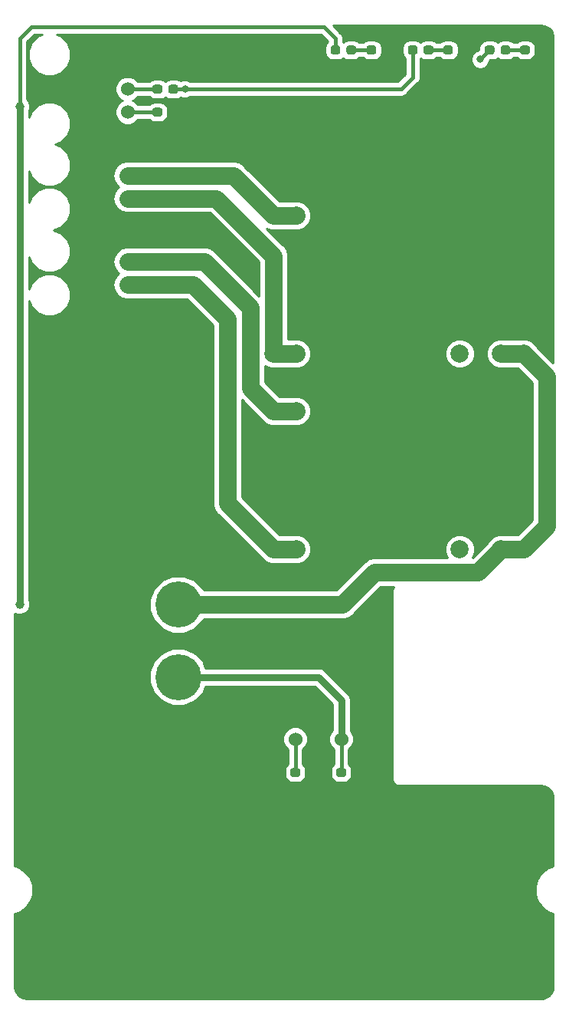
<source format=gbr>
G04 #@! TF.GenerationSoftware,KiCad,Pcbnew,(5.0.0)*
G04 #@! TF.CreationDate,2018-12-18T18:47:31-06:00*
G04 #@! TF.ProjectId,LightingBoard_Hardware,4C69676874696E67426F6172645F4861,rev?*
G04 #@! TF.SameCoordinates,Original*
G04 #@! TF.FileFunction,Copper,L1,Top,Signal*
G04 #@! TF.FilePolarity,Positive*
%FSLAX46Y46*%
G04 Gerber Fmt 4.6, Leading zero omitted, Abs format (unit mm)*
G04 Created by KiCad (PCBNEW (5.0.0)) date 12/18/18 18:47:31*
%MOMM*%
%LPD*%
G01*
G04 APERTURE LIST*
G04 #@! TA.AperFunction,ComponentPad*
%ADD10C,2.000000*%
G04 #@! TD*
G04 #@! TA.AperFunction,Conductor*
%ADD11C,0.100000*%
G04 #@! TD*
G04 #@! TA.AperFunction,SMDPad,CuDef*
%ADD12C,0.950000*%
G04 #@! TD*
G04 #@! TA.AperFunction,ComponentPad*
%ADD13C,5.080000*%
G04 #@! TD*
G04 #@! TA.AperFunction,ComponentPad*
%ADD14C,1.524000*%
G04 #@! TD*
G04 #@! TA.AperFunction,ViaPad*
%ADD15C,1.000000*%
G04 #@! TD*
G04 #@! TA.AperFunction,ViaPad*
%ADD16C,0.800000*%
G04 #@! TD*
G04 #@! TA.AperFunction,Conductor*
%ADD17C,0.381000*%
G04 #@! TD*
G04 #@! TA.AperFunction,Conductor*
%ADD18C,0.762000*%
G04 #@! TD*
G04 #@! TA.AperFunction,Conductor*
%ADD19C,1.270000*%
G04 #@! TD*
G04 #@! TA.AperFunction,Conductor*
%ADD20C,1.905000*%
G04 #@! TD*
G04 #@! TA.AperFunction,Conductor*
%ADD21C,0.250000*%
G04 #@! TD*
G04 #@! TA.AperFunction,Conductor*
%ADD22C,0.254000*%
G04 #@! TD*
G04 APERTURE END LIST*
D10*
G04 #@! TO.P,U1,12*
G04 #@! TO.N,/Headlight_V1-*
X130810000Y-83439000D03*
G04 #@! TO.P,U1,11*
X133350000Y-83439000D03*
G04 #@! TO.P,U1,13*
G04 #@! TO.N,/Headlight_V1+*
X130810000Y-98679000D03*
G04 #@! TO.P,U1,14*
X133350000Y-98679000D03*
G04 #@! TO.P,U1,21*
G04 #@! TO.N,Headlight_OnOff_PWM1*
X151416000Y-98679000D03*
G04 #@! TO.P,U1,24*
G04 #@! TO.N,+12VA*
X158496000Y-98679000D03*
G04 #@! TO.P,U1,1*
G04 #@! TO.N,GND*
X158496000Y-83439000D03*
G04 #@! TO.P,U1,23*
G04 #@! TO.N,+12VA*
X155956000Y-98679000D03*
G04 #@! TO.P,U1,2*
G04 #@! TO.N,GND*
X155956000Y-83439000D03*
G04 #@! TD*
D11*
G04 #@! TO.N,+5V*
G04 #@! TO.C,C1*
G36*
X118293779Y-49945144D02*
X118316834Y-49948563D01*
X118339443Y-49954227D01*
X118361387Y-49962079D01*
X118382457Y-49972044D01*
X118402448Y-49984026D01*
X118421168Y-49997910D01*
X118438438Y-50013562D01*
X118454090Y-50030832D01*
X118467974Y-50049552D01*
X118479956Y-50069543D01*
X118489921Y-50090613D01*
X118497773Y-50112557D01*
X118503437Y-50135166D01*
X118506856Y-50158221D01*
X118508000Y-50181500D01*
X118508000Y-50656500D01*
X118506856Y-50679779D01*
X118503437Y-50702834D01*
X118497773Y-50725443D01*
X118489921Y-50747387D01*
X118479956Y-50768457D01*
X118467974Y-50788448D01*
X118454090Y-50807168D01*
X118438438Y-50824438D01*
X118421168Y-50840090D01*
X118402448Y-50853974D01*
X118382457Y-50865956D01*
X118361387Y-50875921D01*
X118339443Y-50883773D01*
X118316834Y-50889437D01*
X118293779Y-50892856D01*
X118270500Y-50894000D01*
X117695500Y-50894000D01*
X117672221Y-50892856D01*
X117649166Y-50889437D01*
X117626557Y-50883773D01*
X117604613Y-50875921D01*
X117583543Y-50865956D01*
X117563552Y-50853974D01*
X117544832Y-50840090D01*
X117527562Y-50824438D01*
X117511910Y-50807168D01*
X117498026Y-50788448D01*
X117486044Y-50768457D01*
X117476079Y-50747387D01*
X117468227Y-50725443D01*
X117462563Y-50702834D01*
X117459144Y-50679779D01*
X117458000Y-50656500D01*
X117458000Y-50181500D01*
X117459144Y-50158221D01*
X117462563Y-50135166D01*
X117468227Y-50112557D01*
X117476079Y-50090613D01*
X117486044Y-50069543D01*
X117498026Y-50049552D01*
X117511910Y-50030832D01*
X117527562Y-50013562D01*
X117544832Y-49997910D01*
X117563552Y-49984026D01*
X117583543Y-49972044D01*
X117604613Y-49962079D01*
X117626557Y-49954227D01*
X117649166Y-49948563D01*
X117672221Y-49945144D01*
X117695500Y-49944000D01*
X118270500Y-49944000D01*
X118293779Y-49945144D01*
X118293779Y-49945144D01*
G37*
D12*
G04 #@! TD*
G04 #@! TO.P,C1,1*
G04 #@! TO.N,+5V*
X117983000Y-50419000D03*
D11*
G04 #@! TO.N,GND*
G04 #@! TO.C,C1*
G36*
X120043779Y-49945144D02*
X120066834Y-49948563D01*
X120089443Y-49954227D01*
X120111387Y-49962079D01*
X120132457Y-49972044D01*
X120152448Y-49984026D01*
X120171168Y-49997910D01*
X120188438Y-50013562D01*
X120204090Y-50030832D01*
X120217974Y-50049552D01*
X120229956Y-50069543D01*
X120239921Y-50090613D01*
X120247773Y-50112557D01*
X120253437Y-50135166D01*
X120256856Y-50158221D01*
X120258000Y-50181500D01*
X120258000Y-50656500D01*
X120256856Y-50679779D01*
X120253437Y-50702834D01*
X120247773Y-50725443D01*
X120239921Y-50747387D01*
X120229956Y-50768457D01*
X120217974Y-50788448D01*
X120204090Y-50807168D01*
X120188438Y-50824438D01*
X120171168Y-50840090D01*
X120152448Y-50853974D01*
X120132457Y-50865956D01*
X120111387Y-50875921D01*
X120089443Y-50883773D01*
X120066834Y-50889437D01*
X120043779Y-50892856D01*
X120020500Y-50894000D01*
X119445500Y-50894000D01*
X119422221Y-50892856D01*
X119399166Y-50889437D01*
X119376557Y-50883773D01*
X119354613Y-50875921D01*
X119333543Y-50865956D01*
X119313552Y-50853974D01*
X119294832Y-50840090D01*
X119277562Y-50824438D01*
X119261910Y-50807168D01*
X119248026Y-50788448D01*
X119236044Y-50768457D01*
X119226079Y-50747387D01*
X119218227Y-50725443D01*
X119212563Y-50702834D01*
X119209144Y-50679779D01*
X119208000Y-50656500D01*
X119208000Y-50181500D01*
X119209144Y-50158221D01*
X119212563Y-50135166D01*
X119218227Y-50112557D01*
X119226079Y-50090613D01*
X119236044Y-50069543D01*
X119248026Y-50049552D01*
X119261910Y-50030832D01*
X119277562Y-50013562D01*
X119294832Y-49997910D01*
X119313552Y-49984026D01*
X119333543Y-49972044D01*
X119354613Y-49962079D01*
X119376557Y-49954227D01*
X119399166Y-49948563D01*
X119422221Y-49945144D01*
X119445500Y-49944000D01*
X120020500Y-49944000D01*
X120043779Y-49945144D01*
X120043779Y-49945144D01*
G37*
D12*
G04 #@! TD*
G04 #@! TO.P,C1,2*
G04 #@! TO.N,GND*
X119733000Y-50419000D03*
D11*
G04 #@! TO.N,Net-(C2-Pad1)*
G04 #@! TO.C,C2*
G36*
X138613779Y-122843144D02*
X138636834Y-122846563D01*
X138659443Y-122852227D01*
X138681387Y-122860079D01*
X138702457Y-122870044D01*
X138722448Y-122882026D01*
X138741168Y-122895910D01*
X138758438Y-122911562D01*
X138774090Y-122928832D01*
X138787974Y-122947552D01*
X138799956Y-122967543D01*
X138809921Y-122988613D01*
X138817773Y-123010557D01*
X138823437Y-123033166D01*
X138826856Y-123056221D01*
X138828000Y-123079500D01*
X138828000Y-123554500D01*
X138826856Y-123577779D01*
X138823437Y-123600834D01*
X138817773Y-123623443D01*
X138809921Y-123645387D01*
X138799956Y-123666457D01*
X138787974Y-123686448D01*
X138774090Y-123705168D01*
X138758438Y-123722438D01*
X138741168Y-123738090D01*
X138722448Y-123751974D01*
X138702457Y-123763956D01*
X138681387Y-123773921D01*
X138659443Y-123781773D01*
X138636834Y-123787437D01*
X138613779Y-123790856D01*
X138590500Y-123792000D01*
X138015500Y-123792000D01*
X137992221Y-123790856D01*
X137969166Y-123787437D01*
X137946557Y-123781773D01*
X137924613Y-123773921D01*
X137903543Y-123763956D01*
X137883552Y-123751974D01*
X137864832Y-123738090D01*
X137847562Y-123722438D01*
X137831910Y-123705168D01*
X137818026Y-123686448D01*
X137806044Y-123666457D01*
X137796079Y-123645387D01*
X137788227Y-123623443D01*
X137782563Y-123600834D01*
X137779144Y-123577779D01*
X137778000Y-123554500D01*
X137778000Y-123079500D01*
X137779144Y-123056221D01*
X137782563Y-123033166D01*
X137788227Y-123010557D01*
X137796079Y-122988613D01*
X137806044Y-122967543D01*
X137818026Y-122947552D01*
X137831910Y-122928832D01*
X137847562Y-122911562D01*
X137864832Y-122895910D01*
X137883552Y-122882026D01*
X137903543Y-122870044D01*
X137924613Y-122860079D01*
X137946557Y-122852227D01*
X137969166Y-122846563D01*
X137992221Y-122843144D01*
X138015500Y-122842000D01*
X138590500Y-122842000D01*
X138613779Y-122843144D01*
X138613779Y-122843144D01*
G37*
D12*
G04 #@! TD*
G04 #@! TO.P,C2,1*
G04 #@! TO.N,Net-(C2-Pad1)*
X138303000Y-123317000D03*
D11*
G04 #@! TO.N,GND*
G04 #@! TO.C,C2*
G36*
X140363779Y-122843144D02*
X140386834Y-122846563D01*
X140409443Y-122852227D01*
X140431387Y-122860079D01*
X140452457Y-122870044D01*
X140472448Y-122882026D01*
X140491168Y-122895910D01*
X140508438Y-122911562D01*
X140524090Y-122928832D01*
X140537974Y-122947552D01*
X140549956Y-122967543D01*
X140559921Y-122988613D01*
X140567773Y-123010557D01*
X140573437Y-123033166D01*
X140576856Y-123056221D01*
X140578000Y-123079500D01*
X140578000Y-123554500D01*
X140576856Y-123577779D01*
X140573437Y-123600834D01*
X140567773Y-123623443D01*
X140559921Y-123645387D01*
X140549956Y-123666457D01*
X140537974Y-123686448D01*
X140524090Y-123705168D01*
X140508438Y-123722438D01*
X140491168Y-123738090D01*
X140472448Y-123751974D01*
X140452457Y-123763956D01*
X140431387Y-123773921D01*
X140409443Y-123781773D01*
X140386834Y-123787437D01*
X140363779Y-123790856D01*
X140340500Y-123792000D01*
X139765500Y-123792000D01*
X139742221Y-123790856D01*
X139719166Y-123787437D01*
X139696557Y-123781773D01*
X139674613Y-123773921D01*
X139653543Y-123763956D01*
X139633552Y-123751974D01*
X139614832Y-123738090D01*
X139597562Y-123722438D01*
X139581910Y-123705168D01*
X139568026Y-123686448D01*
X139556044Y-123666457D01*
X139546079Y-123645387D01*
X139538227Y-123623443D01*
X139532563Y-123600834D01*
X139529144Y-123577779D01*
X139528000Y-123554500D01*
X139528000Y-123079500D01*
X139529144Y-123056221D01*
X139532563Y-123033166D01*
X139538227Y-123010557D01*
X139546079Y-122988613D01*
X139556044Y-122967543D01*
X139568026Y-122947552D01*
X139581910Y-122928832D01*
X139597562Y-122911562D01*
X139614832Y-122895910D01*
X139633552Y-122882026D01*
X139653543Y-122870044D01*
X139674613Y-122860079D01*
X139696557Y-122852227D01*
X139719166Y-122846563D01*
X139742221Y-122843144D01*
X139765500Y-122842000D01*
X140340500Y-122842000D01*
X140363779Y-122843144D01*
X140363779Y-122843144D01*
G37*
D12*
G04 #@! TD*
G04 #@! TO.P,C2,2*
G04 #@! TO.N,GND*
X140053000Y-123317000D03*
D11*
G04 #@! TO.N,GND*
G04 #@! TO.C,C3*
G36*
X131783779Y-122843144D02*
X131806834Y-122846563D01*
X131829443Y-122852227D01*
X131851387Y-122860079D01*
X131872457Y-122870044D01*
X131892448Y-122882026D01*
X131911168Y-122895910D01*
X131928438Y-122911562D01*
X131944090Y-122928832D01*
X131957974Y-122947552D01*
X131969956Y-122967543D01*
X131979921Y-122988613D01*
X131987773Y-123010557D01*
X131993437Y-123033166D01*
X131996856Y-123056221D01*
X131998000Y-123079500D01*
X131998000Y-123554500D01*
X131996856Y-123577779D01*
X131993437Y-123600834D01*
X131987773Y-123623443D01*
X131979921Y-123645387D01*
X131969956Y-123666457D01*
X131957974Y-123686448D01*
X131944090Y-123705168D01*
X131928438Y-123722438D01*
X131911168Y-123738090D01*
X131892448Y-123751974D01*
X131872457Y-123763956D01*
X131851387Y-123773921D01*
X131829443Y-123781773D01*
X131806834Y-123787437D01*
X131783779Y-123790856D01*
X131760500Y-123792000D01*
X131185500Y-123792000D01*
X131162221Y-123790856D01*
X131139166Y-123787437D01*
X131116557Y-123781773D01*
X131094613Y-123773921D01*
X131073543Y-123763956D01*
X131053552Y-123751974D01*
X131034832Y-123738090D01*
X131017562Y-123722438D01*
X131001910Y-123705168D01*
X130988026Y-123686448D01*
X130976044Y-123666457D01*
X130966079Y-123645387D01*
X130958227Y-123623443D01*
X130952563Y-123600834D01*
X130949144Y-123577779D01*
X130948000Y-123554500D01*
X130948000Y-123079500D01*
X130949144Y-123056221D01*
X130952563Y-123033166D01*
X130958227Y-123010557D01*
X130966079Y-122988613D01*
X130976044Y-122967543D01*
X130988026Y-122947552D01*
X131001910Y-122928832D01*
X131017562Y-122911562D01*
X131034832Y-122895910D01*
X131053552Y-122882026D01*
X131073543Y-122870044D01*
X131094613Y-122860079D01*
X131116557Y-122852227D01*
X131139166Y-122846563D01*
X131162221Y-122843144D01*
X131185500Y-122842000D01*
X131760500Y-122842000D01*
X131783779Y-122843144D01*
X131783779Y-122843144D01*
G37*
D12*
G04 #@! TD*
G04 #@! TO.P,C3,2*
G04 #@! TO.N,GND*
X131473000Y-123317000D03*
D11*
G04 #@! TO.N,+5V*
G04 #@! TO.C,C3*
G36*
X133533779Y-122843144D02*
X133556834Y-122846563D01*
X133579443Y-122852227D01*
X133601387Y-122860079D01*
X133622457Y-122870044D01*
X133642448Y-122882026D01*
X133661168Y-122895910D01*
X133678438Y-122911562D01*
X133694090Y-122928832D01*
X133707974Y-122947552D01*
X133719956Y-122967543D01*
X133729921Y-122988613D01*
X133737773Y-123010557D01*
X133743437Y-123033166D01*
X133746856Y-123056221D01*
X133748000Y-123079500D01*
X133748000Y-123554500D01*
X133746856Y-123577779D01*
X133743437Y-123600834D01*
X133737773Y-123623443D01*
X133729921Y-123645387D01*
X133719956Y-123666457D01*
X133707974Y-123686448D01*
X133694090Y-123705168D01*
X133678438Y-123722438D01*
X133661168Y-123738090D01*
X133642448Y-123751974D01*
X133622457Y-123763956D01*
X133601387Y-123773921D01*
X133579443Y-123781773D01*
X133556834Y-123787437D01*
X133533779Y-123790856D01*
X133510500Y-123792000D01*
X132935500Y-123792000D01*
X132912221Y-123790856D01*
X132889166Y-123787437D01*
X132866557Y-123781773D01*
X132844613Y-123773921D01*
X132823543Y-123763956D01*
X132803552Y-123751974D01*
X132784832Y-123738090D01*
X132767562Y-123722438D01*
X132751910Y-123705168D01*
X132738026Y-123686448D01*
X132726044Y-123666457D01*
X132716079Y-123645387D01*
X132708227Y-123623443D01*
X132702563Y-123600834D01*
X132699144Y-123577779D01*
X132698000Y-123554500D01*
X132698000Y-123079500D01*
X132699144Y-123056221D01*
X132702563Y-123033166D01*
X132708227Y-123010557D01*
X132716079Y-122988613D01*
X132726044Y-122967543D01*
X132738026Y-122947552D01*
X132751910Y-122928832D01*
X132767562Y-122911562D01*
X132784832Y-122895910D01*
X132803552Y-122882026D01*
X132823543Y-122870044D01*
X132844613Y-122860079D01*
X132866557Y-122852227D01*
X132889166Y-122846563D01*
X132912221Y-122843144D01*
X132935500Y-122842000D01*
X133510500Y-122842000D01*
X133533779Y-122843144D01*
X133533779Y-122843144D01*
G37*
D12*
G04 #@! TD*
G04 #@! TO.P,C3,1*
G04 #@! TO.N,+5V*
X133223000Y-123317000D03*
D13*
G04 #@! TO.P,Conn1,3*
G04 #@! TO.N,Net-(C2-Pad1)*
X120294400Y-112775000D03*
G04 #@! TO.P,Conn1,2*
G04 #@! TO.N,+12VA*
X120294400Y-104776000D03*
G04 #@! TO.P,Conn1,1*
G04 #@! TO.N,GND*
X120294400Y-96775000D03*
G04 #@! TD*
D14*
G04 #@! TO.P,Conn2,1*
G04 #@! TO.N,/Headlight_V1+*
X114681000Y-69469000D03*
G04 #@! TO.P,Conn2,2*
G04 #@! TO.N,/Headlight_V1-*
X114681000Y-66929000D03*
G04 #@! TD*
G04 #@! TO.P,Conn3,2*
G04 #@! TO.N,/Headlight_V2-*
X114681000Y-57404000D03*
G04 #@! TO.P,Conn3,1*
G04 #@! TO.N,/Headlight_V2+*
X114681000Y-59944000D03*
G04 #@! TD*
G04 #@! TO.P,Conn4,1*
G04 #@! TO.N,+5V*
X114681000Y-50419000D03*
G04 #@! TO.P,Conn4,2*
G04 #@! TO.N,Net-(Conn4-Pad2)*
X114681000Y-47879000D03*
G04 #@! TO.P,Conn4,3*
G04 #@! TO.N,GND*
X114681000Y-45339000D03*
G04 #@! TD*
D11*
G04 #@! TO.N,GND*
G04 #@! TO.C,D2*
G36*
X143693779Y-43087144D02*
X143716834Y-43090563D01*
X143739443Y-43096227D01*
X143761387Y-43104079D01*
X143782457Y-43114044D01*
X143802448Y-43126026D01*
X143821168Y-43139910D01*
X143838438Y-43155562D01*
X143854090Y-43172832D01*
X143867974Y-43191552D01*
X143879956Y-43211543D01*
X143889921Y-43232613D01*
X143897773Y-43254557D01*
X143903437Y-43277166D01*
X143906856Y-43300221D01*
X143908000Y-43323500D01*
X143908000Y-43798500D01*
X143906856Y-43821779D01*
X143903437Y-43844834D01*
X143897773Y-43867443D01*
X143889921Y-43889387D01*
X143879956Y-43910457D01*
X143867974Y-43930448D01*
X143854090Y-43949168D01*
X143838438Y-43966438D01*
X143821168Y-43982090D01*
X143802448Y-43995974D01*
X143782457Y-44007956D01*
X143761387Y-44017921D01*
X143739443Y-44025773D01*
X143716834Y-44031437D01*
X143693779Y-44034856D01*
X143670500Y-44036000D01*
X143095500Y-44036000D01*
X143072221Y-44034856D01*
X143049166Y-44031437D01*
X143026557Y-44025773D01*
X143004613Y-44017921D01*
X142983543Y-44007956D01*
X142963552Y-43995974D01*
X142944832Y-43982090D01*
X142927562Y-43966438D01*
X142911910Y-43949168D01*
X142898026Y-43930448D01*
X142886044Y-43910457D01*
X142876079Y-43889387D01*
X142868227Y-43867443D01*
X142862563Y-43844834D01*
X142859144Y-43821779D01*
X142858000Y-43798500D01*
X142858000Y-43323500D01*
X142859144Y-43300221D01*
X142862563Y-43277166D01*
X142868227Y-43254557D01*
X142876079Y-43232613D01*
X142886044Y-43211543D01*
X142898026Y-43191552D01*
X142911910Y-43172832D01*
X142927562Y-43155562D01*
X142944832Y-43139910D01*
X142963552Y-43126026D01*
X142983543Y-43114044D01*
X143004613Y-43104079D01*
X143026557Y-43096227D01*
X143049166Y-43090563D01*
X143072221Y-43087144D01*
X143095500Y-43086000D01*
X143670500Y-43086000D01*
X143693779Y-43087144D01*
X143693779Y-43087144D01*
G37*
D12*
G04 #@! TD*
G04 #@! TO.P,D2,1*
G04 #@! TO.N,GND*
X143383000Y-43561000D03*
D11*
G04 #@! TO.N,Net-(D2-Pad2)*
G04 #@! TO.C,D2*
G36*
X141943779Y-43087144D02*
X141966834Y-43090563D01*
X141989443Y-43096227D01*
X142011387Y-43104079D01*
X142032457Y-43114044D01*
X142052448Y-43126026D01*
X142071168Y-43139910D01*
X142088438Y-43155562D01*
X142104090Y-43172832D01*
X142117974Y-43191552D01*
X142129956Y-43211543D01*
X142139921Y-43232613D01*
X142147773Y-43254557D01*
X142153437Y-43277166D01*
X142156856Y-43300221D01*
X142158000Y-43323500D01*
X142158000Y-43798500D01*
X142156856Y-43821779D01*
X142153437Y-43844834D01*
X142147773Y-43867443D01*
X142139921Y-43889387D01*
X142129956Y-43910457D01*
X142117974Y-43930448D01*
X142104090Y-43949168D01*
X142088438Y-43966438D01*
X142071168Y-43982090D01*
X142052448Y-43995974D01*
X142032457Y-44007956D01*
X142011387Y-44017921D01*
X141989443Y-44025773D01*
X141966834Y-44031437D01*
X141943779Y-44034856D01*
X141920500Y-44036000D01*
X141345500Y-44036000D01*
X141322221Y-44034856D01*
X141299166Y-44031437D01*
X141276557Y-44025773D01*
X141254613Y-44017921D01*
X141233543Y-44007956D01*
X141213552Y-43995974D01*
X141194832Y-43982090D01*
X141177562Y-43966438D01*
X141161910Y-43949168D01*
X141148026Y-43930448D01*
X141136044Y-43910457D01*
X141126079Y-43889387D01*
X141118227Y-43867443D01*
X141112563Y-43844834D01*
X141109144Y-43821779D01*
X141108000Y-43798500D01*
X141108000Y-43323500D01*
X141109144Y-43300221D01*
X141112563Y-43277166D01*
X141118227Y-43254557D01*
X141126079Y-43232613D01*
X141136044Y-43211543D01*
X141148026Y-43191552D01*
X141161910Y-43172832D01*
X141177562Y-43155562D01*
X141194832Y-43139910D01*
X141213552Y-43126026D01*
X141233543Y-43114044D01*
X141254613Y-43104079D01*
X141276557Y-43096227D01*
X141299166Y-43090563D01*
X141322221Y-43087144D01*
X141345500Y-43086000D01*
X141920500Y-43086000D01*
X141943779Y-43087144D01*
X141943779Y-43087144D01*
G37*
D12*
G04 #@! TD*
G04 #@! TO.P,D2,2*
G04 #@! TO.N,Net-(D2-Pad2)*
X141633000Y-43561000D03*
D11*
G04 #@! TO.N,Net-(D3-Pad2)*
G04 #@! TO.C,D3*
G36*
X150424779Y-43087144D02*
X150447834Y-43090563D01*
X150470443Y-43096227D01*
X150492387Y-43104079D01*
X150513457Y-43114044D01*
X150533448Y-43126026D01*
X150552168Y-43139910D01*
X150569438Y-43155562D01*
X150585090Y-43172832D01*
X150598974Y-43191552D01*
X150610956Y-43211543D01*
X150620921Y-43232613D01*
X150628773Y-43254557D01*
X150634437Y-43277166D01*
X150637856Y-43300221D01*
X150639000Y-43323500D01*
X150639000Y-43798500D01*
X150637856Y-43821779D01*
X150634437Y-43844834D01*
X150628773Y-43867443D01*
X150620921Y-43889387D01*
X150610956Y-43910457D01*
X150598974Y-43930448D01*
X150585090Y-43949168D01*
X150569438Y-43966438D01*
X150552168Y-43982090D01*
X150533448Y-43995974D01*
X150513457Y-44007956D01*
X150492387Y-44017921D01*
X150470443Y-44025773D01*
X150447834Y-44031437D01*
X150424779Y-44034856D01*
X150401500Y-44036000D01*
X149826500Y-44036000D01*
X149803221Y-44034856D01*
X149780166Y-44031437D01*
X149757557Y-44025773D01*
X149735613Y-44017921D01*
X149714543Y-44007956D01*
X149694552Y-43995974D01*
X149675832Y-43982090D01*
X149658562Y-43966438D01*
X149642910Y-43949168D01*
X149629026Y-43930448D01*
X149617044Y-43910457D01*
X149607079Y-43889387D01*
X149599227Y-43867443D01*
X149593563Y-43844834D01*
X149590144Y-43821779D01*
X149589000Y-43798500D01*
X149589000Y-43323500D01*
X149590144Y-43300221D01*
X149593563Y-43277166D01*
X149599227Y-43254557D01*
X149607079Y-43232613D01*
X149617044Y-43211543D01*
X149629026Y-43191552D01*
X149642910Y-43172832D01*
X149658562Y-43155562D01*
X149675832Y-43139910D01*
X149694552Y-43126026D01*
X149714543Y-43114044D01*
X149735613Y-43104079D01*
X149757557Y-43096227D01*
X149780166Y-43090563D01*
X149803221Y-43087144D01*
X149826500Y-43086000D01*
X150401500Y-43086000D01*
X150424779Y-43087144D01*
X150424779Y-43087144D01*
G37*
D12*
G04 #@! TD*
G04 #@! TO.P,D3,2*
G04 #@! TO.N,Net-(D3-Pad2)*
X150114000Y-43561000D03*
D11*
G04 #@! TO.N,GND*
G04 #@! TO.C,D3*
G36*
X152174779Y-43087144D02*
X152197834Y-43090563D01*
X152220443Y-43096227D01*
X152242387Y-43104079D01*
X152263457Y-43114044D01*
X152283448Y-43126026D01*
X152302168Y-43139910D01*
X152319438Y-43155562D01*
X152335090Y-43172832D01*
X152348974Y-43191552D01*
X152360956Y-43211543D01*
X152370921Y-43232613D01*
X152378773Y-43254557D01*
X152384437Y-43277166D01*
X152387856Y-43300221D01*
X152389000Y-43323500D01*
X152389000Y-43798500D01*
X152387856Y-43821779D01*
X152384437Y-43844834D01*
X152378773Y-43867443D01*
X152370921Y-43889387D01*
X152360956Y-43910457D01*
X152348974Y-43930448D01*
X152335090Y-43949168D01*
X152319438Y-43966438D01*
X152302168Y-43982090D01*
X152283448Y-43995974D01*
X152263457Y-44007956D01*
X152242387Y-44017921D01*
X152220443Y-44025773D01*
X152197834Y-44031437D01*
X152174779Y-44034856D01*
X152151500Y-44036000D01*
X151576500Y-44036000D01*
X151553221Y-44034856D01*
X151530166Y-44031437D01*
X151507557Y-44025773D01*
X151485613Y-44017921D01*
X151464543Y-44007956D01*
X151444552Y-43995974D01*
X151425832Y-43982090D01*
X151408562Y-43966438D01*
X151392910Y-43949168D01*
X151379026Y-43930448D01*
X151367044Y-43910457D01*
X151357079Y-43889387D01*
X151349227Y-43867443D01*
X151343563Y-43844834D01*
X151340144Y-43821779D01*
X151339000Y-43798500D01*
X151339000Y-43323500D01*
X151340144Y-43300221D01*
X151343563Y-43277166D01*
X151349227Y-43254557D01*
X151357079Y-43232613D01*
X151367044Y-43211543D01*
X151379026Y-43191552D01*
X151392910Y-43172832D01*
X151408562Y-43155562D01*
X151425832Y-43139910D01*
X151444552Y-43126026D01*
X151464543Y-43114044D01*
X151485613Y-43104079D01*
X151507557Y-43096227D01*
X151530166Y-43090563D01*
X151553221Y-43087144D01*
X151576500Y-43086000D01*
X152151500Y-43086000D01*
X152174779Y-43087144D01*
X152174779Y-43087144D01*
G37*
D12*
G04 #@! TD*
G04 #@! TO.P,D3,1*
G04 #@! TO.N,GND*
X151864000Y-43561000D03*
D11*
G04 #@! TO.N,GND*
G04 #@! TO.C,D4*
G36*
X160683779Y-43087144D02*
X160706834Y-43090563D01*
X160729443Y-43096227D01*
X160751387Y-43104079D01*
X160772457Y-43114044D01*
X160792448Y-43126026D01*
X160811168Y-43139910D01*
X160828438Y-43155562D01*
X160844090Y-43172832D01*
X160857974Y-43191552D01*
X160869956Y-43211543D01*
X160879921Y-43232613D01*
X160887773Y-43254557D01*
X160893437Y-43277166D01*
X160896856Y-43300221D01*
X160898000Y-43323500D01*
X160898000Y-43798500D01*
X160896856Y-43821779D01*
X160893437Y-43844834D01*
X160887773Y-43867443D01*
X160879921Y-43889387D01*
X160869956Y-43910457D01*
X160857974Y-43930448D01*
X160844090Y-43949168D01*
X160828438Y-43966438D01*
X160811168Y-43982090D01*
X160792448Y-43995974D01*
X160772457Y-44007956D01*
X160751387Y-44017921D01*
X160729443Y-44025773D01*
X160706834Y-44031437D01*
X160683779Y-44034856D01*
X160660500Y-44036000D01*
X160085500Y-44036000D01*
X160062221Y-44034856D01*
X160039166Y-44031437D01*
X160016557Y-44025773D01*
X159994613Y-44017921D01*
X159973543Y-44007956D01*
X159953552Y-43995974D01*
X159934832Y-43982090D01*
X159917562Y-43966438D01*
X159901910Y-43949168D01*
X159888026Y-43930448D01*
X159876044Y-43910457D01*
X159866079Y-43889387D01*
X159858227Y-43867443D01*
X159852563Y-43844834D01*
X159849144Y-43821779D01*
X159848000Y-43798500D01*
X159848000Y-43323500D01*
X159849144Y-43300221D01*
X159852563Y-43277166D01*
X159858227Y-43254557D01*
X159866079Y-43232613D01*
X159876044Y-43211543D01*
X159888026Y-43191552D01*
X159901910Y-43172832D01*
X159917562Y-43155562D01*
X159934832Y-43139910D01*
X159953552Y-43126026D01*
X159973543Y-43114044D01*
X159994613Y-43104079D01*
X160016557Y-43096227D01*
X160039166Y-43090563D01*
X160062221Y-43087144D01*
X160085500Y-43086000D01*
X160660500Y-43086000D01*
X160683779Y-43087144D01*
X160683779Y-43087144D01*
G37*
D12*
G04 #@! TD*
G04 #@! TO.P,D4,1*
G04 #@! TO.N,GND*
X160373000Y-43561000D03*
D11*
G04 #@! TO.N,Net-(D4-Pad2)*
G04 #@! TO.C,D4*
G36*
X158933779Y-43087144D02*
X158956834Y-43090563D01*
X158979443Y-43096227D01*
X159001387Y-43104079D01*
X159022457Y-43114044D01*
X159042448Y-43126026D01*
X159061168Y-43139910D01*
X159078438Y-43155562D01*
X159094090Y-43172832D01*
X159107974Y-43191552D01*
X159119956Y-43211543D01*
X159129921Y-43232613D01*
X159137773Y-43254557D01*
X159143437Y-43277166D01*
X159146856Y-43300221D01*
X159148000Y-43323500D01*
X159148000Y-43798500D01*
X159146856Y-43821779D01*
X159143437Y-43844834D01*
X159137773Y-43867443D01*
X159129921Y-43889387D01*
X159119956Y-43910457D01*
X159107974Y-43930448D01*
X159094090Y-43949168D01*
X159078438Y-43966438D01*
X159061168Y-43982090D01*
X159042448Y-43995974D01*
X159022457Y-44007956D01*
X159001387Y-44017921D01*
X158979443Y-44025773D01*
X158956834Y-44031437D01*
X158933779Y-44034856D01*
X158910500Y-44036000D01*
X158335500Y-44036000D01*
X158312221Y-44034856D01*
X158289166Y-44031437D01*
X158266557Y-44025773D01*
X158244613Y-44017921D01*
X158223543Y-44007956D01*
X158203552Y-43995974D01*
X158184832Y-43982090D01*
X158167562Y-43966438D01*
X158151910Y-43949168D01*
X158138026Y-43930448D01*
X158126044Y-43910457D01*
X158116079Y-43889387D01*
X158108227Y-43867443D01*
X158102563Y-43844834D01*
X158099144Y-43821779D01*
X158098000Y-43798500D01*
X158098000Y-43323500D01*
X158099144Y-43300221D01*
X158102563Y-43277166D01*
X158108227Y-43254557D01*
X158116079Y-43232613D01*
X158126044Y-43211543D01*
X158138026Y-43191552D01*
X158151910Y-43172832D01*
X158167562Y-43155562D01*
X158184832Y-43139910D01*
X158203552Y-43126026D01*
X158223543Y-43114044D01*
X158244613Y-43104079D01*
X158266557Y-43096227D01*
X158289166Y-43090563D01*
X158312221Y-43087144D01*
X158335500Y-43086000D01*
X158910500Y-43086000D01*
X158933779Y-43087144D01*
X158933779Y-43087144D01*
G37*
D12*
G04 #@! TD*
G04 #@! TO.P,D4,2*
G04 #@! TO.N,Net-(D4-Pad2)*
X158623000Y-43561000D03*
D11*
G04 #@! TO.N,Net-(Conn4-Pad2)*
G04 #@! TO.C,R1*
G36*
X118293779Y-47405144D02*
X118316834Y-47408563D01*
X118339443Y-47414227D01*
X118361387Y-47422079D01*
X118382457Y-47432044D01*
X118402448Y-47444026D01*
X118421168Y-47457910D01*
X118438438Y-47473562D01*
X118454090Y-47490832D01*
X118467974Y-47509552D01*
X118479956Y-47529543D01*
X118489921Y-47550613D01*
X118497773Y-47572557D01*
X118503437Y-47595166D01*
X118506856Y-47618221D01*
X118508000Y-47641500D01*
X118508000Y-48116500D01*
X118506856Y-48139779D01*
X118503437Y-48162834D01*
X118497773Y-48185443D01*
X118489921Y-48207387D01*
X118479956Y-48228457D01*
X118467974Y-48248448D01*
X118454090Y-48267168D01*
X118438438Y-48284438D01*
X118421168Y-48300090D01*
X118402448Y-48313974D01*
X118382457Y-48325956D01*
X118361387Y-48335921D01*
X118339443Y-48343773D01*
X118316834Y-48349437D01*
X118293779Y-48352856D01*
X118270500Y-48354000D01*
X117695500Y-48354000D01*
X117672221Y-48352856D01*
X117649166Y-48349437D01*
X117626557Y-48343773D01*
X117604613Y-48335921D01*
X117583543Y-48325956D01*
X117563552Y-48313974D01*
X117544832Y-48300090D01*
X117527562Y-48284438D01*
X117511910Y-48267168D01*
X117498026Y-48248448D01*
X117486044Y-48228457D01*
X117476079Y-48207387D01*
X117468227Y-48185443D01*
X117462563Y-48162834D01*
X117459144Y-48139779D01*
X117458000Y-48116500D01*
X117458000Y-47641500D01*
X117459144Y-47618221D01*
X117462563Y-47595166D01*
X117468227Y-47572557D01*
X117476079Y-47550613D01*
X117486044Y-47529543D01*
X117498026Y-47509552D01*
X117511910Y-47490832D01*
X117527562Y-47473562D01*
X117544832Y-47457910D01*
X117563552Y-47444026D01*
X117583543Y-47432044D01*
X117604613Y-47422079D01*
X117626557Y-47414227D01*
X117649166Y-47408563D01*
X117672221Y-47405144D01*
X117695500Y-47404000D01*
X118270500Y-47404000D01*
X118293779Y-47405144D01*
X118293779Y-47405144D01*
G37*
D12*
G04 #@! TD*
G04 #@! TO.P,R1,1*
G04 #@! TO.N,Net-(Conn4-Pad2)*
X117983000Y-47879000D03*
D11*
G04 #@! TO.N,Dout_NeoPixel*
G04 #@! TO.C,R1*
G36*
X120043779Y-47405144D02*
X120066834Y-47408563D01*
X120089443Y-47414227D01*
X120111387Y-47422079D01*
X120132457Y-47432044D01*
X120152448Y-47444026D01*
X120171168Y-47457910D01*
X120188438Y-47473562D01*
X120204090Y-47490832D01*
X120217974Y-47509552D01*
X120229956Y-47529543D01*
X120239921Y-47550613D01*
X120247773Y-47572557D01*
X120253437Y-47595166D01*
X120256856Y-47618221D01*
X120258000Y-47641500D01*
X120258000Y-48116500D01*
X120256856Y-48139779D01*
X120253437Y-48162834D01*
X120247773Y-48185443D01*
X120239921Y-48207387D01*
X120229956Y-48228457D01*
X120217974Y-48248448D01*
X120204090Y-48267168D01*
X120188438Y-48284438D01*
X120171168Y-48300090D01*
X120152448Y-48313974D01*
X120132457Y-48325956D01*
X120111387Y-48335921D01*
X120089443Y-48343773D01*
X120066834Y-48349437D01*
X120043779Y-48352856D01*
X120020500Y-48354000D01*
X119445500Y-48354000D01*
X119422221Y-48352856D01*
X119399166Y-48349437D01*
X119376557Y-48343773D01*
X119354613Y-48335921D01*
X119333543Y-48325956D01*
X119313552Y-48313974D01*
X119294832Y-48300090D01*
X119277562Y-48284438D01*
X119261910Y-48267168D01*
X119248026Y-48248448D01*
X119236044Y-48228457D01*
X119226079Y-48207387D01*
X119218227Y-48185443D01*
X119212563Y-48162834D01*
X119209144Y-48139779D01*
X119208000Y-48116500D01*
X119208000Y-47641500D01*
X119209144Y-47618221D01*
X119212563Y-47595166D01*
X119218227Y-47572557D01*
X119226079Y-47550613D01*
X119236044Y-47529543D01*
X119248026Y-47509552D01*
X119261910Y-47490832D01*
X119277562Y-47473562D01*
X119294832Y-47457910D01*
X119313552Y-47444026D01*
X119333543Y-47432044D01*
X119354613Y-47422079D01*
X119376557Y-47414227D01*
X119399166Y-47408563D01*
X119422221Y-47405144D01*
X119445500Y-47404000D01*
X120020500Y-47404000D01*
X120043779Y-47405144D01*
X120043779Y-47405144D01*
G37*
D12*
G04 #@! TD*
G04 #@! TO.P,R1,2*
G04 #@! TO.N,Dout_NeoPixel*
X119733000Y-47879000D03*
D11*
G04 #@! TO.N,Net-(D2-Pad2)*
G04 #@! TO.C,R2*
G36*
X139728779Y-43087144D02*
X139751834Y-43090563D01*
X139774443Y-43096227D01*
X139796387Y-43104079D01*
X139817457Y-43114044D01*
X139837448Y-43126026D01*
X139856168Y-43139910D01*
X139873438Y-43155562D01*
X139889090Y-43172832D01*
X139902974Y-43191552D01*
X139914956Y-43211543D01*
X139924921Y-43232613D01*
X139932773Y-43254557D01*
X139938437Y-43277166D01*
X139941856Y-43300221D01*
X139943000Y-43323500D01*
X139943000Y-43798500D01*
X139941856Y-43821779D01*
X139938437Y-43844834D01*
X139932773Y-43867443D01*
X139924921Y-43889387D01*
X139914956Y-43910457D01*
X139902974Y-43930448D01*
X139889090Y-43949168D01*
X139873438Y-43966438D01*
X139856168Y-43982090D01*
X139837448Y-43995974D01*
X139817457Y-44007956D01*
X139796387Y-44017921D01*
X139774443Y-44025773D01*
X139751834Y-44031437D01*
X139728779Y-44034856D01*
X139705500Y-44036000D01*
X139130500Y-44036000D01*
X139107221Y-44034856D01*
X139084166Y-44031437D01*
X139061557Y-44025773D01*
X139039613Y-44017921D01*
X139018543Y-44007956D01*
X138998552Y-43995974D01*
X138979832Y-43982090D01*
X138962562Y-43966438D01*
X138946910Y-43949168D01*
X138933026Y-43930448D01*
X138921044Y-43910457D01*
X138911079Y-43889387D01*
X138903227Y-43867443D01*
X138897563Y-43844834D01*
X138894144Y-43821779D01*
X138893000Y-43798500D01*
X138893000Y-43323500D01*
X138894144Y-43300221D01*
X138897563Y-43277166D01*
X138903227Y-43254557D01*
X138911079Y-43232613D01*
X138921044Y-43211543D01*
X138933026Y-43191552D01*
X138946910Y-43172832D01*
X138962562Y-43155562D01*
X138979832Y-43139910D01*
X138998552Y-43126026D01*
X139018543Y-43114044D01*
X139039613Y-43104079D01*
X139061557Y-43096227D01*
X139084166Y-43090563D01*
X139107221Y-43087144D01*
X139130500Y-43086000D01*
X139705500Y-43086000D01*
X139728779Y-43087144D01*
X139728779Y-43087144D01*
G37*
D12*
G04 #@! TD*
G04 #@! TO.P,R2,2*
G04 #@! TO.N,Net-(D2-Pad2)*
X139418000Y-43561000D03*
D11*
G04 #@! TO.N,+5V*
G04 #@! TO.C,R2*
G36*
X137978779Y-43087144D02*
X138001834Y-43090563D01*
X138024443Y-43096227D01*
X138046387Y-43104079D01*
X138067457Y-43114044D01*
X138087448Y-43126026D01*
X138106168Y-43139910D01*
X138123438Y-43155562D01*
X138139090Y-43172832D01*
X138152974Y-43191552D01*
X138164956Y-43211543D01*
X138174921Y-43232613D01*
X138182773Y-43254557D01*
X138188437Y-43277166D01*
X138191856Y-43300221D01*
X138193000Y-43323500D01*
X138193000Y-43798500D01*
X138191856Y-43821779D01*
X138188437Y-43844834D01*
X138182773Y-43867443D01*
X138174921Y-43889387D01*
X138164956Y-43910457D01*
X138152974Y-43930448D01*
X138139090Y-43949168D01*
X138123438Y-43966438D01*
X138106168Y-43982090D01*
X138087448Y-43995974D01*
X138067457Y-44007956D01*
X138046387Y-44017921D01*
X138024443Y-44025773D01*
X138001834Y-44031437D01*
X137978779Y-44034856D01*
X137955500Y-44036000D01*
X137380500Y-44036000D01*
X137357221Y-44034856D01*
X137334166Y-44031437D01*
X137311557Y-44025773D01*
X137289613Y-44017921D01*
X137268543Y-44007956D01*
X137248552Y-43995974D01*
X137229832Y-43982090D01*
X137212562Y-43966438D01*
X137196910Y-43949168D01*
X137183026Y-43930448D01*
X137171044Y-43910457D01*
X137161079Y-43889387D01*
X137153227Y-43867443D01*
X137147563Y-43844834D01*
X137144144Y-43821779D01*
X137143000Y-43798500D01*
X137143000Y-43323500D01*
X137144144Y-43300221D01*
X137147563Y-43277166D01*
X137153227Y-43254557D01*
X137161079Y-43232613D01*
X137171044Y-43211543D01*
X137183026Y-43191552D01*
X137196910Y-43172832D01*
X137212562Y-43155562D01*
X137229832Y-43139910D01*
X137248552Y-43126026D01*
X137268543Y-43114044D01*
X137289613Y-43104079D01*
X137311557Y-43096227D01*
X137334166Y-43090563D01*
X137357221Y-43087144D01*
X137380500Y-43086000D01*
X137955500Y-43086000D01*
X137978779Y-43087144D01*
X137978779Y-43087144D01*
G37*
D12*
G04 #@! TD*
G04 #@! TO.P,R2,1*
G04 #@! TO.N,+5V*
X137668000Y-43561000D03*
D11*
G04 #@! TO.N,Dout_NeoPixel*
G04 #@! TO.C,R3*
G36*
X146515779Y-43087144D02*
X146538834Y-43090563D01*
X146561443Y-43096227D01*
X146583387Y-43104079D01*
X146604457Y-43114044D01*
X146624448Y-43126026D01*
X146643168Y-43139910D01*
X146660438Y-43155562D01*
X146676090Y-43172832D01*
X146689974Y-43191552D01*
X146701956Y-43211543D01*
X146711921Y-43232613D01*
X146719773Y-43254557D01*
X146725437Y-43277166D01*
X146728856Y-43300221D01*
X146730000Y-43323500D01*
X146730000Y-43798500D01*
X146728856Y-43821779D01*
X146725437Y-43844834D01*
X146719773Y-43867443D01*
X146711921Y-43889387D01*
X146701956Y-43910457D01*
X146689974Y-43930448D01*
X146676090Y-43949168D01*
X146660438Y-43966438D01*
X146643168Y-43982090D01*
X146624448Y-43995974D01*
X146604457Y-44007956D01*
X146583387Y-44017921D01*
X146561443Y-44025773D01*
X146538834Y-44031437D01*
X146515779Y-44034856D01*
X146492500Y-44036000D01*
X145917500Y-44036000D01*
X145894221Y-44034856D01*
X145871166Y-44031437D01*
X145848557Y-44025773D01*
X145826613Y-44017921D01*
X145805543Y-44007956D01*
X145785552Y-43995974D01*
X145766832Y-43982090D01*
X145749562Y-43966438D01*
X145733910Y-43949168D01*
X145720026Y-43930448D01*
X145708044Y-43910457D01*
X145698079Y-43889387D01*
X145690227Y-43867443D01*
X145684563Y-43844834D01*
X145681144Y-43821779D01*
X145680000Y-43798500D01*
X145680000Y-43323500D01*
X145681144Y-43300221D01*
X145684563Y-43277166D01*
X145690227Y-43254557D01*
X145698079Y-43232613D01*
X145708044Y-43211543D01*
X145720026Y-43191552D01*
X145733910Y-43172832D01*
X145749562Y-43155562D01*
X145766832Y-43139910D01*
X145785552Y-43126026D01*
X145805543Y-43114044D01*
X145826613Y-43104079D01*
X145848557Y-43096227D01*
X145871166Y-43090563D01*
X145894221Y-43087144D01*
X145917500Y-43086000D01*
X146492500Y-43086000D01*
X146515779Y-43087144D01*
X146515779Y-43087144D01*
G37*
D12*
G04 #@! TD*
G04 #@! TO.P,R3,1*
G04 #@! TO.N,Dout_NeoPixel*
X146205000Y-43561000D03*
D11*
G04 #@! TO.N,Net-(D3-Pad2)*
G04 #@! TO.C,R3*
G36*
X148265779Y-43087144D02*
X148288834Y-43090563D01*
X148311443Y-43096227D01*
X148333387Y-43104079D01*
X148354457Y-43114044D01*
X148374448Y-43126026D01*
X148393168Y-43139910D01*
X148410438Y-43155562D01*
X148426090Y-43172832D01*
X148439974Y-43191552D01*
X148451956Y-43211543D01*
X148461921Y-43232613D01*
X148469773Y-43254557D01*
X148475437Y-43277166D01*
X148478856Y-43300221D01*
X148480000Y-43323500D01*
X148480000Y-43798500D01*
X148478856Y-43821779D01*
X148475437Y-43844834D01*
X148469773Y-43867443D01*
X148461921Y-43889387D01*
X148451956Y-43910457D01*
X148439974Y-43930448D01*
X148426090Y-43949168D01*
X148410438Y-43966438D01*
X148393168Y-43982090D01*
X148374448Y-43995974D01*
X148354457Y-44007956D01*
X148333387Y-44017921D01*
X148311443Y-44025773D01*
X148288834Y-44031437D01*
X148265779Y-44034856D01*
X148242500Y-44036000D01*
X147667500Y-44036000D01*
X147644221Y-44034856D01*
X147621166Y-44031437D01*
X147598557Y-44025773D01*
X147576613Y-44017921D01*
X147555543Y-44007956D01*
X147535552Y-43995974D01*
X147516832Y-43982090D01*
X147499562Y-43966438D01*
X147483910Y-43949168D01*
X147470026Y-43930448D01*
X147458044Y-43910457D01*
X147448079Y-43889387D01*
X147440227Y-43867443D01*
X147434563Y-43844834D01*
X147431144Y-43821779D01*
X147430000Y-43798500D01*
X147430000Y-43323500D01*
X147431144Y-43300221D01*
X147434563Y-43277166D01*
X147440227Y-43254557D01*
X147448079Y-43232613D01*
X147458044Y-43211543D01*
X147470026Y-43191552D01*
X147483910Y-43172832D01*
X147499562Y-43155562D01*
X147516832Y-43139910D01*
X147535552Y-43126026D01*
X147555543Y-43114044D01*
X147576613Y-43104079D01*
X147598557Y-43096227D01*
X147621166Y-43090563D01*
X147644221Y-43087144D01*
X147667500Y-43086000D01*
X148242500Y-43086000D01*
X148265779Y-43087144D01*
X148265779Y-43087144D01*
G37*
D12*
G04 #@! TD*
G04 #@! TO.P,R3,2*
G04 #@! TO.N,Net-(D3-Pad2)*
X147955000Y-43561000D03*
D11*
G04 #@! TO.N,Net-(D4-Pad2)*
G04 #@! TO.C,R4*
G36*
X156774779Y-43087144D02*
X156797834Y-43090563D01*
X156820443Y-43096227D01*
X156842387Y-43104079D01*
X156863457Y-43114044D01*
X156883448Y-43126026D01*
X156902168Y-43139910D01*
X156919438Y-43155562D01*
X156935090Y-43172832D01*
X156948974Y-43191552D01*
X156960956Y-43211543D01*
X156970921Y-43232613D01*
X156978773Y-43254557D01*
X156984437Y-43277166D01*
X156987856Y-43300221D01*
X156989000Y-43323500D01*
X156989000Y-43798500D01*
X156987856Y-43821779D01*
X156984437Y-43844834D01*
X156978773Y-43867443D01*
X156970921Y-43889387D01*
X156960956Y-43910457D01*
X156948974Y-43930448D01*
X156935090Y-43949168D01*
X156919438Y-43966438D01*
X156902168Y-43982090D01*
X156883448Y-43995974D01*
X156863457Y-44007956D01*
X156842387Y-44017921D01*
X156820443Y-44025773D01*
X156797834Y-44031437D01*
X156774779Y-44034856D01*
X156751500Y-44036000D01*
X156176500Y-44036000D01*
X156153221Y-44034856D01*
X156130166Y-44031437D01*
X156107557Y-44025773D01*
X156085613Y-44017921D01*
X156064543Y-44007956D01*
X156044552Y-43995974D01*
X156025832Y-43982090D01*
X156008562Y-43966438D01*
X155992910Y-43949168D01*
X155979026Y-43930448D01*
X155967044Y-43910457D01*
X155957079Y-43889387D01*
X155949227Y-43867443D01*
X155943563Y-43844834D01*
X155940144Y-43821779D01*
X155939000Y-43798500D01*
X155939000Y-43323500D01*
X155940144Y-43300221D01*
X155943563Y-43277166D01*
X155949227Y-43254557D01*
X155957079Y-43232613D01*
X155967044Y-43211543D01*
X155979026Y-43191552D01*
X155992910Y-43172832D01*
X156008562Y-43155562D01*
X156025832Y-43139910D01*
X156044552Y-43126026D01*
X156064543Y-43114044D01*
X156085613Y-43104079D01*
X156107557Y-43096227D01*
X156130166Y-43090563D01*
X156153221Y-43087144D01*
X156176500Y-43086000D01*
X156751500Y-43086000D01*
X156774779Y-43087144D01*
X156774779Y-43087144D01*
G37*
D12*
G04 #@! TD*
G04 #@! TO.P,R4,2*
G04 #@! TO.N,Net-(D4-Pad2)*
X156464000Y-43561000D03*
D11*
G04 #@! TO.N,Headlight_OnOff_PWM1*
G04 #@! TO.C,R4*
G36*
X155024779Y-43087144D02*
X155047834Y-43090563D01*
X155070443Y-43096227D01*
X155092387Y-43104079D01*
X155113457Y-43114044D01*
X155133448Y-43126026D01*
X155152168Y-43139910D01*
X155169438Y-43155562D01*
X155185090Y-43172832D01*
X155198974Y-43191552D01*
X155210956Y-43211543D01*
X155220921Y-43232613D01*
X155228773Y-43254557D01*
X155234437Y-43277166D01*
X155237856Y-43300221D01*
X155239000Y-43323500D01*
X155239000Y-43798500D01*
X155237856Y-43821779D01*
X155234437Y-43844834D01*
X155228773Y-43867443D01*
X155220921Y-43889387D01*
X155210956Y-43910457D01*
X155198974Y-43930448D01*
X155185090Y-43949168D01*
X155169438Y-43966438D01*
X155152168Y-43982090D01*
X155133448Y-43995974D01*
X155113457Y-44007956D01*
X155092387Y-44017921D01*
X155070443Y-44025773D01*
X155047834Y-44031437D01*
X155024779Y-44034856D01*
X155001500Y-44036000D01*
X154426500Y-44036000D01*
X154403221Y-44034856D01*
X154380166Y-44031437D01*
X154357557Y-44025773D01*
X154335613Y-44017921D01*
X154314543Y-44007956D01*
X154294552Y-43995974D01*
X154275832Y-43982090D01*
X154258562Y-43966438D01*
X154242910Y-43949168D01*
X154229026Y-43930448D01*
X154217044Y-43910457D01*
X154207079Y-43889387D01*
X154199227Y-43867443D01*
X154193563Y-43844834D01*
X154190144Y-43821779D01*
X154189000Y-43798500D01*
X154189000Y-43323500D01*
X154190144Y-43300221D01*
X154193563Y-43277166D01*
X154199227Y-43254557D01*
X154207079Y-43232613D01*
X154217044Y-43211543D01*
X154229026Y-43191552D01*
X154242910Y-43172832D01*
X154258562Y-43155562D01*
X154275832Y-43139910D01*
X154294552Y-43126026D01*
X154314543Y-43114044D01*
X154335613Y-43104079D01*
X154357557Y-43096227D01*
X154380166Y-43090563D01*
X154403221Y-43087144D01*
X154426500Y-43086000D01*
X155001500Y-43086000D01*
X155024779Y-43087144D01*
X155024779Y-43087144D01*
G37*
D12*
G04 #@! TD*
G04 #@! TO.P,R4,1*
G04 #@! TO.N,Headlight_OnOff_PWM1*
X154714000Y-43561000D03*
D10*
G04 #@! TO.P,U2,2*
G04 #@! TO.N,GND*
X155956000Y-61849000D03*
G04 #@! TO.P,U2,23*
G04 #@! TO.N,+12VA*
X155956000Y-77089000D03*
G04 #@! TO.P,U2,1*
G04 #@! TO.N,GND*
X158496000Y-61849000D03*
G04 #@! TO.P,U2,24*
G04 #@! TO.N,+12VA*
X158496000Y-77089000D03*
G04 #@! TO.P,U2,21*
G04 #@! TO.N,Headlight_OnOff_PWM2*
X151416000Y-77089000D03*
G04 #@! TO.P,U2,14*
G04 #@! TO.N,/Headlight_V2+*
X133350000Y-77089000D03*
G04 #@! TO.P,U2,13*
X130810000Y-77089000D03*
G04 #@! TO.P,U2,11*
G04 #@! TO.N,/Headlight_V2-*
X133350000Y-61849000D03*
G04 #@! TO.P,U2,12*
X130810000Y-61849000D03*
G04 #@! TD*
D14*
G04 #@! TO.P,U4,1*
G04 #@! TO.N,Net-(C2-Pad1)*
X138303000Y-119634000D03*
G04 #@! TO.P,U4,2*
G04 #@! TO.N,GND*
X135763000Y-119634000D03*
G04 #@! TO.P,U4,3*
G04 #@! TO.N,+5V*
X133223000Y-119634000D03*
G04 #@! TD*
D15*
G04 #@! TO.N,+5V*
X102743000Y-104775000D03*
X102743000Y-49784000D03*
D16*
G04 #@! TO.N,Dout_NeoPixel*
X121031000Y-47879000D03*
G04 #@! TO.N,Headlight_OnOff_PWM1*
X153670000Y-44605000D03*
G04 #@! TD*
D17*
G04 #@! TO.N,+5V*
X133223000Y-119634000D02*
X133223000Y-123317000D01*
D18*
X102743000Y-104775000D02*
X102743000Y-49784000D01*
D17*
X102743000Y-49784000D02*
X102743000Y-42291000D01*
X102743000Y-42291000D02*
X104013000Y-41021000D01*
X104013000Y-41021000D02*
X136398000Y-41021000D01*
X136398000Y-41021000D02*
X137668000Y-42291000D01*
X137668000Y-42291000D02*
X137668000Y-43561000D01*
D18*
X102743000Y-49784000D02*
X102743000Y-49784000D01*
D17*
X117983000Y-50419000D02*
X114681000Y-50419000D01*
D19*
G04 #@! TO.N,GND*
X158496000Y-83439000D02*
X155956000Y-83439000D01*
X158496000Y-61849000D02*
X155956000Y-61849000D01*
D17*
G04 #@! TO.N,Net-(C2-Pad1)*
X138303000Y-123317000D02*
X138303000Y-119634000D01*
D18*
X120294400Y-112775000D02*
X135763000Y-112775000D01*
X135763000Y-112775000D02*
X135763000Y-112776000D01*
X135763000Y-112776000D02*
X138303000Y-115316000D01*
X138303000Y-115316000D02*
X138303000Y-119634000D01*
D20*
G04 #@! TO.N,+12VA*
X120294400Y-104776000D02*
X138429000Y-104776000D01*
X138429000Y-104776000D02*
X141986000Y-101219000D01*
X141986000Y-101219000D02*
X153416000Y-101219000D01*
X153416000Y-101219000D02*
X155956000Y-98679000D01*
X155956000Y-98679000D02*
X158496000Y-98679000D01*
X158496000Y-98679000D02*
X161036000Y-96139000D01*
X161036000Y-96139000D02*
X161036000Y-79629000D01*
X161036000Y-79629000D02*
X158496000Y-77089000D01*
X158496000Y-77089000D02*
X155956000Y-77089000D01*
G04 #@! TO.N,/Headlight_V1+*
X130810000Y-98679000D02*
X125730000Y-93599000D01*
X125730000Y-93599000D02*
X125730000Y-73279000D01*
X125730000Y-73279000D02*
X121920000Y-69469000D01*
X130810000Y-98679000D02*
X133350000Y-98679000D01*
X114681000Y-69469000D02*
X117221000Y-69469000D01*
X121920000Y-69469000D02*
X117221000Y-69469000D01*
X117221000Y-69469000D02*
X115316000Y-69469000D01*
G04 #@! TO.N,/Headlight_V1-*
X130810000Y-83439000D02*
X133350000Y-83439000D01*
X128270000Y-80899000D02*
X130810000Y-83439000D01*
X128270000Y-72009000D02*
X128270000Y-80899000D01*
X123190000Y-66929000D02*
X128270000Y-72009000D01*
X114681000Y-66929000D02*
X117475000Y-66929000D01*
X115316000Y-66929000D02*
X117475000Y-66929000D01*
X117475000Y-66929000D02*
X123190000Y-66929000D01*
G04 #@! TO.N,/Headlight_V2-*
X133350000Y-61849000D02*
X130810000Y-61849000D01*
X130810000Y-61849000D02*
X126365000Y-57404000D01*
X114681000Y-57404000D02*
X118618000Y-57404000D01*
X126365000Y-57404000D02*
X118618000Y-57404000D01*
X118618000Y-57404000D02*
X115316000Y-57404000D01*
G04 #@! TO.N,/Headlight_V2+*
X133350000Y-77089000D02*
X130810000Y-77089000D01*
X130810000Y-77089000D02*
X130810000Y-66294000D01*
X130810000Y-66294000D02*
X124460000Y-59944000D01*
X114681000Y-59944000D02*
X116840000Y-59944000D01*
X124460000Y-59944000D02*
X116840000Y-59944000D01*
X116840000Y-59944000D02*
X115316000Y-59944000D01*
D17*
G04 #@! TO.N,Net-(Conn4-Pad2)*
X117983000Y-47879000D02*
X114681000Y-47879000D01*
G04 #@! TO.N,Net-(D2-Pad2)*
X139418000Y-43561000D02*
X141633000Y-43561000D01*
G04 #@! TO.N,Net-(D3-Pad2)*
X147955000Y-43561000D02*
X150114000Y-43561000D01*
G04 #@! TO.N,Net-(D4-Pad2)*
X156464000Y-43561000D02*
X158623000Y-43561000D01*
G04 #@! TO.N,Dout_NeoPixel*
X146205000Y-43561000D02*
X146205000Y-46581000D01*
X146205000Y-46581000D02*
X144907000Y-47879000D01*
X144907000Y-47879000D02*
X121031000Y-47879000D01*
X121031000Y-47879000D02*
X119733000Y-47879000D01*
D21*
G04 #@! TO.N,Headlight_OnOff_PWM1*
X153670000Y-44605000D02*
X153670000Y-44605000D01*
D17*
X154714000Y-43561000D02*
X153670000Y-44605000D01*
D21*
X153670000Y-44605000D02*
X153670000Y-44605000D01*
G04 #@! TD*
D22*
G04 #@! TO.N,GND*
G36*
X160795409Y-40902090D02*
X161134752Y-41056381D01*
X161417152Y-41299712D01*
X161619906Y-41612523D01*
X161733748Y-41993184D01*
X161748400Y-42190350D01*
X161748401Y-78096337D01*
X159929587Y-76277523D01*
X159882086Y-76162847D01*
X159422153Y-75702914D01*
X158821222Y-75454000D01*
X158170778Y-75454000D01*
X158056103Y-75501500D01*
X156395897Y-75501500D01*
X156281222Y-75454000D01*
X155630778Y-75454000D01*
X155029847Y-75702914D01*
X154569914Y-76162847D01*
X154321000Y-76763778D01*
X154321000Y-77414222D01*
X154569914Y-78015153D01*
X155029847Y-78475086D01*
X155630778Y-78724000D01*
X156281222Y-78724000D01*
X156395897Y-78676500D01*
X157838437Y-78676500D01*
X159448501Y-80286565D01*
X159448500Y-95481436D01*
X157838437Y-97091500D01*
X156395897Y-97091500D01*
X156281222Y-97044000D01*
X155630778Y-97044000D01*
X155029847Y-97292914D01*
X154569914Y-97752847D01*
X154522414Y-97867522D01*
X152814321Y-99575616D01*
X153051000Y-99004222D01*
X153051000Y-98353778D01*
X152802086Y-97752847D01*
X152342153Y-97292914D01*
X151741222Y-97044000D01*
X151090778Y-97044000D01*
X150489847Y-97292914D01*
X150029914Y-97752847D01*
X149781000Y-98353778D01*
X149781000Y-99004222D01*
X150029914Y-99605153D01*
X150056261Y-99631500D01*
X142142350Y-99631500D01*
X141986000Y-99600400D01*
X141366588Y-99723609D01*
X140974024Y-99985912D01*
X140841477Y-100074477D01*
X140752912Y-100207024D01*
X137771437Y-103188500D01*
X123073431Y-103188500D01*
X122986035Y-102977507D01*
X122092893Y-102084365D01*
X120925947Y-101601000D01*
X119662853Y-101601000D01*
X118495907Y-102084365D01*
X117602765Y-102977507D01*
X117119400Y-104144453D01*
X117119400Y-105407547D01*
X117602765Y-106574493D01*
X118495907Y-107467635D01*
X119662853Y-107951000D01*
X120925947Y-107951000D01*
X122092893Y-107467635D01*
X122986035Y-106574493D01*
X123073431Y-106363500D01*
X138272655Y-106363500D01*
X138429000Y-106394599D01*
X138585345Y-106363500D01*
X138585350Y-106363500D01*
X139048411Y-106271391D01*
X139573523Y-105920523D01*
X139662090Y-105787973D01*
X142643564Y-102806500D01*
X144121496Y-102806500D01*
X144009595Y-102973972D01*
X143954491Y-103251000D01*
X143968401Y-103320931D01*
X143968400Y-124009074D01*
X143954491Y-124079000D01*
X144009595Y-124356028D01*
X144166519Y-124590881D01*
X144401372Y-124747805D01*
X144560971Y-124779551D01*
X144678400Y-124802909D01*
X144748325Y-124789000D01*
X160375819Y-124789000D01*
X160795409Y-124849090D01*
X161134752Y-125003381D01*
X161417152Y-125246712D01*
X161619906Y-125559523D01*
X161733748Y-125940184D01*
X161748401Y-126137363D01*
X161748400Y-133628281D01*
X161662891Y-133654423D01*
X161570433Y-133681460D01*
X161562559Y-133685098D01*
X161041044Y-133929948D01*
X160960475Y-133982872D01*
X160879327Y-134034768D01*
X160872790Y-134040470D01*
X160440958Y-134421851D01*
X160378496Y-134495244D01*
X160315160Y-134567847D01*
X160310487Y-134575154D01*
X160003054Y-135062407D01*
X159963698Y-135150387D01*
X159923289Y-135237840D01*
X159920857Y-135246160D01*
X159920854Y-135246166D01*
X159920853Y-135246173D01*
X159762534Y-135800118D01*
X159749456Y-135895586D01*
X159735213Y-135990890D01*
X159735213Y-135999564D01*
X159738733Y-136575687D01*
X159752988Y-136671068D01*
X159766054Y-136766455D01*
X159768488Y-136774781D01*
X159933564Y-137326758D01*
X159973991Y-137414250D01*
X160013330Y-137502194D01*
X160018003Y-137509501D01*
X160331366Y-137992961D01*
X160394728Y-138065594D01*
X160457163Y-138138955D01*
X160463696Y-138144654D01*
X160463700Y-138144658D01*
X160463705Y-138144661D01*
X160900159Y-138520734D01*
X160981342Y-138572653D01*
X161061875Y-138625554D01*
X161069746Y-138629190D01*
X161069749Y-138629192D01*
X161069752Y-138629193D01*
X161594217Y-138867653D01*
X161686709Y-138894700D01*
X161748401Y-138913561D01*
X161748400Y-146888418D01*
X161688310Y-147308009D01*
X161534019Y-147647352D01*
X161290688Y-147929752D01*
X160977879Y-148132506D01*
X160597215Y-148246348D01*
X160400049Y-148261000D01*
X103580981Y-148261000D01*
X103161391Y-148200910D01*
X102822048Y-148046619D01*
X102539648Y-147803288D01*
X102336894Y-147490479D01*
X102223052Y-147109815D01*
X102208400Y-146912649D01*
X102208400Y-138913719D01*
X102293909Y-138887577D01*
X102386367Y-138860540D01*
X102394241Y-138856902D01*
X102915756Y-138612052D01*
X102996325Y-138559128D01*
X103077473Y-138507232D01*
X103084010Y-138501530D01*
X103515842Y-138120149D01*
X103578287Y-138046776D01*
X103641640Y-137974153D01*
X103646313Y-137966846D01*
X103953746Y-137479593D01*
X103993087Y-137391645D01*
X104033511Y-137304160D01*
X104035945Y-137295835D01*
X104194266Y-136741882D01*
X104207343Y-136646421D01*
X104221587Y-136551111D01*
X104221587Y-136542436D01*
X104218067Y-135966313D01*
X104203814Y-135870943D01*
X104190746Y-135775544D01*
X104188312Y-135767219D01*
X104023236Y-135215241D01*
X103982818Y-135127769D01*
X103943471Y-135039806D01*
X103938797Y-135032499D01*
X103625434Y-134549040D01*
X103562107Y-134476447D01*
X103499637Y-134403045D01*
X103493100Y-134397343D01*
X103056641Y-134021266D01*
X102975458Y-133969347D01*
X102894925Y-133916446D01*
X102887054Y-133912810D01*
X102887051Y-133912808D01*
X102887048Y-133912807D01*
X102362583Y-133674347D01*
X102270091Y-133647300D01*
X102208400Y-133628439D01*
X102208400Y-119356119D01*
X131826000Y-119356119D01*
X131826000Y-119911881D01*
X132038680Y-120425337D01*
X132397500Y-120784157D01*
X132397501Y-122395122D01*
X132309753Y-122453753D01*
X132117922Y-122740848D01*
X132050560Y-123079500D01*
X132050560Y-123554500D01*
X132117922Y-123893152D01*
X132309753Y-124180247D01*
X132596848Y-124372078D01*
X132935500Y-124439440D01*
X133510500Y-124439440D01*
X133849152Y-124372078D01*
X134136247Y-124180247D01*
X134328078Y-123893152D01*
X134395440Y-123554500D01*
X134395440Y-123079500D01*
X134328078Y-122740848D01*
X134136247Y-122453753D01*
X134048500Y-122395122D01*
X134048500Y-120784157D01*
X134407320Y-120425337D01*
X134620000Y-119911881D01*
X134620000Y-119356119D01*
X134407320Y-118842663D01*
X134014337Y-118449680D01*
X133500881Y-118237000D01*
X132945119Y-118237000D01*
X132431663Y-118449680D01*
X132038680Y-118842663D01*
X131826000Y-119356119D01*
X102208400Y-119356119D01*
X102208400Y-112143453D01*
X117119400Y-112143453D01*
X117119400Y-113406547D01*
X117602765Y-114573493D01*
X118495907Y-115466635D01*
X119662853Y-115950000D01*
X120925947Y-115950000D01*
X122092893Y-115466635D01*
X122986035Y-114573493D01*
X123310154Y-113791000D01*
X135341160Y-113791000D01*
X137287000Y-115736841D01*
X137287001Y-118674342D01*
X137118680Y-118842663D01*
X136906000Y-119356119D01*
X136906000Y-119911881D01*
X137118680Y-120425337D01*
X137477501Y-120784158D01*
X137477500Y-122395122D01*
X137389753Y-122453753D01*
X137197922Y-122740848D01*
X137130560Y-123079500D01*
X137130560Y-123554500D01*
X137197922Y-123893152D01*
X137389753Y-124180247D01*
X137676848Y-124372078D01*
X138015500Y-124439440D01*
X138590500Y-124439440D01*
X138929152Y-124372078D01*
X139216247Y-124180247D01*
X139408078Y-123893152D01*
X139475440Y-123554500D01*
X139475440Y-123079500D01*
X139408078Y-122740848D01*
X139216247Y-122453753D01*
X139128500Y-122395122D01*
X139128500Y-120784157D01*
X139487320Y-120425337D01*
X139700000Y-119911881D01*
X139700000Y-119356119D01*
X139487320Y-118842663D01*
X139319000Y-118674343D01*
X139319000Y-115416063D01*
X139338904Y-115315999D01*
X139260051Y-114919578D01*
X139260051Y-114919577D01*
X139035495Y-114583505D01*
X138950664Y-114526823D01*
X136554193Y-112130353D01*
X136495495Y-112042505D01*
X136159423Y-111817949D01*
X135863065Y-111759000D01*
X135863064Y-111759000D01*
X135763000Y-111739096D01*
X135662935Y-111759000D01*
X123310154Y-111759000D01*
X122986035Y-110976507D01*
X122092893Y-110083365D01*
X120925947Y-109600000D01*
X119662853Y-109600000D01*
X118495907Y-110083365D01*
X117602765Y-110976507D01*
X117119400Y-112143453D01*
X102208400Y-112143453D01*
X102208400Y-105782077D01*
X102517234Y-105910000D01*
X102968766Y-105910000D01*
X103385926Y-105737207D01*
X103705207Y-105417926D01*
X103878000Y-105000766D01*
X103878000Y-104549234D01*
X103759000Y-104261942D01*
X103759000Y-71271742D01*
X104040289Y-71950833D01*
X104704167Y-72614711D01*
X105571567Y-72974000D01*
X106510433Y-72974000D01*
X107377833Y-72614711D01*
X108041711Y-71950833D01*
X108401000Y-71083433D01*
X108401000Y-70144567D01*
X108041711Y-69277167D01*
X107377833Y-68613289D01*
X106510433Y-68254000D01*
X105571567Y-68254000D01*
X104704167Y-68613289D01*
X104040289Y-69277167D01*
X103759000Y-69956258D01*
X103759000Y-66434085D01*
X104044289Y-67122833D01*
X104708167Y-67786711D01*
X105575567Y-68146000D01*
X106514433Y-68146000D01*
X107381833Y-67786711D01*
X108045711Y-67122833D01*
X108405000Y-66255433D01*
X108405000Y-65316567D01*
X108045711Y-64449167D01*
X107381833Y-63785289D01*
X106540196Y-63436672D01*
X107377833Y-63089711D01*
X108041711Y-62425833D01*
X108401000Y-61558433D01*
X108401000Y-60619567D01*
X108041711Y-59752167D01*
X107377833Y-59088289D01*
X106510433Y-58729000D01*
X105571567Y-58729000D01*
X104704167Y-59088289D01*
X104040289Y-59752167D01*
X103759000Y-60431258D01*
X103759000Y-56909085D01*
X104044289Y-57597833D01*
X104708167Y-58261711D01*
X105575567Y-58621000D01*
X106514433Y-58621000D01*
X107381833Y-58261711D01*
X108045711Y-57597833D01*
X108125999Y-57404000D01*
X113062400Y-57404000D01*
X113185609Y-58023411D01*
X113536477Y-58548523D01*
X113724267Y-58674000D01*
X113536477Y-58799477D01*
X113185609Y-59324589D01*
X113062400Y-59944000D01*
X113185609Y-60563411D01*
X113536477Y-61088523D01*
X114061589Y-61439391D01*
X114524650Y-61531500D01*
X123802437Y-61531500D01*
X129222501Y-66951565D01*
X129222501Y-70716437D01*
X124423090Y-65917027D01*
X124334523Y-65784477D01*
X123809411Y-65433609D01*
X123346350Y-65341500D01*
X123346345Y-65341500D01*
X123190000Y-65310401D01*
X123033655Y-65341500D01*
X114524650Y-65341500D01*
X114061589Y-65433609D01*
X113536477Y-65784477D01*
X113185609Y-66309589D01*
X113062400Y-66929000D01*
X113185609Y-67548411D01*
X113536477Y-68073523D01*
X113724267Y-68199000D01*
X113536477Y-68324477D01*
X113185609Y-68849589D01*
X113062400Y-69469000D01*
X113185609Y-70088411D01*
X113536477Y-70613523D01*
X114061589Y-70964391D01*
X114524650Y-71056500D01*
X121262437Y-71056500D01*
X124142501Y-73936565D01*
X124142500Y-93442655D01*
X124111401Y-93599000D01*
X124142500Y-93755345D01*
X124142500Y-93755349D01*
X124234609Y-94218410D01*
X124585477Y-94743523D01*
X124718027Y-94832090D01*
X129376414Y-99490478D01*
X129423914Y-99605153D01*
X129883847Y-100065086D01*
X130484778Y-100314000D01*
X131135222Y-100314000D01*
X131249897Y-100266500D01*
X132910103Y-100266500D01*
X133024778Y-100314000D01*
X133675222Y-100314000D01*
X134276153Y-100065086D01*
X134736086Y-99605153D01*
X134985000Y-99004222D01*
X134985000Y-98353778D01*
X134736086Y-97752847D01*
X134276153Y-97292914D01*
X133675222Y-97044000D01*
X133024778Y-97044000D01*
X132910103Y-97091500D01*
X131467564Y-97091500D01*
X127317500Y-92941437D01*
X127317500Y-82191563D01*
X129376414Y-84250478D01*
X129423914Y-84365153D01*
X129883847Y-84825086D01*
X130484778Y-85074000D01*
X131135222Y-85074000D01*
X131249897Y-85026500D01*
X132910103Y-85026500D01*
X133024778Y-85074000D01*
X133675222Y-85074000D01*
X134276153Y-84825086D01*
X134736086Y-84365153D01*
X134985000Y-83764222D01*
X134985000Y-83113778D01*
X134736086Y-82512847D01*
X134276153Y-82052914D01*
X133675222Y-81804000D01*
X133024778Y-81804000D01*
X132910103Y-81851500D01*
X131467564Y-81851500D01*
X129857500Y-80241437D01*
X129857500Y-78448739D01*
X129883847Y-78475086D01*
X130484778Y-78724000D01*
X131135222Y-78724000D01*
X131249897Y-78676500D01*
X132910103Y-78676500D01*
X133024778Y-78724000D01*
X133675222Y-78724000D01*
X134276153Y-78475086D01*
X134736086Y-78015153D01*
X134985000Y-77414222D01*
X134985000Y-76763778D01*
X149781000Y-76763778D01*
X149781000Y-77414222D01*
X150029914Y-78015153D01*
X150489847Y-78475086D01*
X151090778Y-78724000D01*
X151741222Y-78724000D01*
X152342153Y-78475086D01*
X152802086Y-78015153D01*
X153051000Y-77414222D01*
X153051000Y-76763778D01*
X152802086Y-76162847D01*
X152342153Y-75702914D01*
X151741222Y-75454000D01*
X151090778Y-75454000D01*
X150489847Y-75702914D01*
X150029914Y-76162847D01*
X149781000Y-76763778D01*
X134985000Y-76763778D01*
X134736086Y-76162847D01*
X134276153Y-75702914D01*
X133675222Y-75454000D01*
X133024778Y-75454000D01*
X132910103Y-75501500D01*
X132397500Y-75501500D01*
X132397500Y-66450344D01*
X132428599Y-66293999D01*
X132397500Y-66137654D01*
X132397500Y-66137650D01*
X132305391Y-65674589D01*
X131954523Y-65149477D01*
X131821976Y-65060912D01*
X130075560Y-63314496D01*
X130484778Y-63484000D01*
X131135222Y-63484000D01*
X131249897Y-63436500D01*
X132910103Y-63436500D01*
X133024778Y-63484000D01*
X133675222Y-63484000D01*
X134276153Y-63235086D01*
X134736086Y-62775153D01*
X134985000Y-62174222D01*
X134985000Y-61523778D01*
X134736086Y-60922847D01*
X134276153Y-60462914D01*
X133675222Y-60214000D01*
X133024778Y-60214000D01*
X132910103Y-60261500D01*
X131467564Y-60261500D01*
X127598090Y-56392027D01*
X127509523Y-56259477D01*
X126984411Y-55908609D01*
X126521350Y-55816500D01*
X126521345Y-55816500D01*
X126365000Y-55785401D01*
X126208655Y-55816500D01*
X114524650Y-55816500D01*
X114061589Y-55908609D01*
X113536477Y-56259477D01*
X113185609Y-56784589D01*
X113062400Y-57404000D01*
X108125999Y-57404000D01*
X108405000Y-56730433D01*
X108405000Y-55791567D01*
X108045711Y-54924167D01*
X107381833Y-54260289D01*
X106693085Y-53975000D01*
X107381833Y-53689711D01*
X108045711Y-53025833D01*
X108405000Y-52158433D01*
X108405000Y-51219567D01*
X108045711Y-50352167D01*
X107381833Y-49688289D01*
X106514433Y-49329000D01*
X105575567Y-49329000D01*
X104708167Y-49688289D01*
X104044289Y-50352167D01*
X103759000Y-51040915D01*
X103759000Y-50297058D01*
X103878000Y-50009766D01*
X103878000Y-49558234D01*
X103705207Y-49141074D01*
X103568500Y-49004367D01*
X103568500Y-47601119D01*
X113284000Y-47601119D01*
X113284000Y-48156881D01*
X113496680Y-48670337D01*
X113889663Y-49063320D01*
X114096513Y-49149000D01*
X113889663Y-49234680D01*
X113496680Y-49627663D01*
X113284000Y-50141119D01*
X113284000Y-50696881D01*
X113496680Y-51210337D01*
X113889663Y-51603320D01*
X114403119Y-51816000D01*
X114958881Y-51816000D01*
X115472337Y-51603320D01*
X115831157Y-51244500D01*
X117044531Y-51244500D01*
X117069753Y-51282247D01*
X117356848Y-51474078D01*
X117695500Y-51541440D01*
X118270500Y-51541440D01*
X118609152Y-51474078D01*
X118896247Y-51282247D01*
X119088078Y-50995152D01*
X119155440Y-50656500D01*
X119155440Y-50181500D01*
X119088078Y-49842848D01*
X118896247Y-49555753D01*
X118609152Y-49363922D01*
X118270500Y-49296560D01*
X117695500Y-49296560D01*
X117356848Y-49363922D01*
X117069753Y-49555753D01*
X117044531Y-49593500D01*
X115831157Y-49593500D01*
X115472337Y-49234680D01*
X115265487Y-49149000D01*
X115472337Y-49063320D01*
X115831157Y-48704500D01*
X117044531Y-48704500D01*
X117069753Y-48742247D01*
X117356848Y-48934078D01*
X117695500Y-49001440D01*
X118270500Y-49001440D01*
X118609152Y-48934078D01*
X118858000Y-48767803D01*
X119106848Y-48934078D01*
X119445500Y-49001440D01*
X120020500Y-49001440D01*
X120359152Y-48934078D01*
X120556022Y-48802534D01*
X120825126Y-48914000D01*
X121236874Y-48914000D01*
X121617280Y-48756431D01*
X121669211Y-48704500D01*
X144825699Y-48704500D01*
X144907000Y-48720672D01*
X144988301Y-48704500D01*
X144988303Y-48704500D01*
X145229094Y-48656604D01*
X145502152Y-48474152D01*
X145548209Y-48405223D01*
X146731226Y-47222207D01*
X146800152Y-47176152D01*
X146982604Y-46903094D01*
X147030500Y-46662303D01*
X147030500Y-46662299D01*
X147046671Y-46581001D01*
X147030500Y-46499703D01*
X147030500Y-44482878D01*
X147080000Y-44449803D01*
X147328848Y-44616078D01*
X147667500Y-44683440D01*
X148242500Y-44683440D01*
X148581152Y-44616078D01*
X148868247Y-44424247D01*
X148893469Y-44386500D01*
X149175531Y-44386500D01*
X149200753Y-44424247D01*
X149487848Y-44616078D01*
X149826500Y-44683440D01*
X150401500Y-44683440D01*
X150740152Y-44616078D01*
X151027247Y-44424247D01*
X151044032Y-44399126D01*
X152635000Y-44399126D01*
X152635000Y-44810874D01*
X152792569Y-45191280D01*
X153083720Y-45482431D01*
X153464126Y-45640000D01*
X153875874Y-45640000D01*
X154256280Y-45482431D01*
X154547431Y-45191280D01*
X154705000Y-44810874D01*
X154705000Y-44737432D01*
X154758992Y-44683440D01*
X155001500Y-44683440D01*
X155340152Y-44616078D01*
X155589000Y-44449803D01*
X155837848Y-44616078D01*
X156176500Y-44683440D01*
X156751500Y-44683440D01*
X157090152Y-44616078D01*
X157377247Y-44424247D01*
X157402469Y-44386500D01*
X157684531Y-44386500D01*
X157709753Y-44424247D01*
X157996848Y-44616078D01*
X158335500Y-44683440D01*
X158910500Y-44683440D01*
X159249152Y-44616078D01*
X159536247Y-44424247D01*
X159728078Y-44137152D01*
X159795440Y-43798500D01*
X159795440Y-43323500D01*
X159728078Y-42984848D01*
X159536247Y-42697753D01*
X159249152Y-42505922D01*
X158910500Y-42438560D01*
X158335500Y-42438560D01*
X157996848Y-42505922D01*
X157709753Y-42697753D01*
X157684531Y-42735500D01*
X157402469Y-42735500D01*
X157377247Y-42697753D01*
X157090152Y-42505922D01*
X156751500Y-42438560D01*
X156176500Y-42438560D01*
X155837848Y-42505922D01*
X155589000Y-42672197D01*
X155340152Y-42505922D01*
X155001500Y-42438560D01*
X154426500Y-42438560D01*
X154087848Y-42505922D01*
X153800753Y-42697753D01*
X153608922Y-42984848D01*
X153541560Y-43323500D01*
X153541560Y-43566008D01*
X153537568Y-43570000D01*
X153464126Y-43570000D01*
X153083720Y-43727569D01*
X152792569Y-44018720D01*
X152635000Y-44399126D01*
X151044032Y-44399126D01*
X151219078Y-44137152D01*
X151286440Y-43798500D01*
X151286440Y-43323500D01*
X151219078Y-42984848D01*
X151027247Y-42697753D01*
X150740152Y-42505922D01*
X150401500Y-42438560D01*
X149826500Y-42438560D01*
X149487848Y-42505922D01*
X149200753Y-42697753D01*
X149175531Y-42735500D01*
X148893469Y-42735500D01*
X148868247Y-42697753D01*
X148581152Y-42505922D01*
X148242500Y-42438560D01*
X147667500Y-42438560D01*
X147328848Y-42505922D01*
X147080000Y-42672197D01*
X146831152Y-42505922D01*
X146492500Y-42438560D01*
X145917500Y-42438560D01*
X145578848Y-42505922D01*
X145291753Y-42697753D01*
X145099922Y-42984848D01*
X145032560Y-43323500D01*
X145032560Y-43798500D01*
X145099922Y-44137152D01*
X145291753Y-44424247D01*
X145379500Y-44482878D01*
X145379501Y-46239066D01*
X144565068Y-47053500D01*
X121669211Y-47053500D01*
X121617280Y-47001569D01*
X121236874Y-46844000D01*
X120825126Y-46844000D01*
X120556022Y-46955466D01*
X120359152Y-46823922D01*
X120020500Y-46756560D01*
X119445500Y-46756560D01*
X119106848Y-46823922D01*
X118858000Y-46990197D01*
X118609152Y-46823922D01*
X118270500Y-46756560D01*
X117695500Y-46756560D01*
X117356848Y-46823922D01*
X117069753Y-47015753D01*
X117044531Y-47053500D01*
X115831157Y-47053500D01*
X115472337Y-46694680D01*
X114958881Y-46482000D01*
X114403119Y-46482000D01*
X113889663Y-46694680D01*
X113496680Y-47087663D01*
X113284000Y-47601119D01*
X103568500Y-47601119D01*
X103568500Y-42632932D01*
X104354933Y-41846500D01*
X105243613Y-41846500D01*
X104708167Y-42068289D01*
X104044289Y-42732167D01*
X103685000Y-43599567D01*
X103685000Y-44538433D01*
X104044289Y-45405833D01*
X104708167Y-46069711D01*
X105575567Y-46429000D01*
X106514433Y-46429000D01*
X107381833Y-46069711D01*
X108045711Y-45405833D01*
X108405000Y-44538433D01*
X108405000Y-43599567D01*
X108045711Y-42732167D01*
X107381833Y-42068289D01*
X106846387Y-41846500D01*
X136056068Y-41846500D01*
X136842500Y-42632933D01*
X136842500Y-42639122D01*
X136754753Y-42697753D01*
X136562922Y-42984848D01*
X136495560Y-43323500D01*
X136495560Y-43798500D01*
X136562922Y-44137152D01*
X136754753Y-44424247D01*
X137041848Y-44616078D01*
X137380500Y-44683440D01*
X137955500Y-44683440D01*
X138294152Y-44616078D01*
X138543000Y-44449803D01*
X138791848Y-44616078D01*
X139130500Y-44683440D01*
X139705500Y-44683440D01*
X140044152Y-44616078D01*
X140331247Y-44424247D01*
X140356469Y-44386500D01*
X140694531Y-44386500D01*
X140719753Y-44424247D01*
X141006848Y-44616078D01*
X141345500Y-44683440D01*
X141920500Y-44683440D01*
X142259152Y-44616078D01*
X142546247Y-44424247D01*
X142738078Y-44137152D01*
X142805440Y-43798500D01*
X142805440Y-43323500D01*
X142738078Y-42984848D01*
X142546247Y-42697753D01*
X142259152Y-42505922D01*
X141920500Y-42438560D01*
X141345500Y-42438560D01*
X141006848Y-42505922D01*
X140719753Y-42697753D01*
X140694531Y-42735500D01*
X140356469Y-42735500D01*
X140331247Y-42697753D01*
X140044152Y-42505922D01*
X139705500Y-42438560D01*
X139130500Y-42438560D01*
X138791848Y-42505922D01*
X138543000Y-42672197D01*
X138493500Y-42639122D01*
X138493500Y-42372297D01*
X138509671Y-42290999D01*
X138493500Y-42209701D01*
X138493500Y-42209697D01*
X138445604Y-41968906D01*
X138263152Y-41695848D01*
X138194226Y-41649793D01*
X137386432Y-40842000D01*
X160375819Y-40842000D01*
X160795409Y-40902090D01*
X160795409Y-40902090D01*
G37*
X160795409Y-40902090D02*
X161134752Y-41056381D01*
X161417152Y-41299712D01*
X161619906Y-41612523D01*
X161733748Y-41993184D01*
X161748400Y-42190350D01*
X161748401Y-78096337D01*
X159929587Y-76277523D01*
X159882086Y-76162847D01*
X159422153Y-75702914D01*
X158821222Y-75454000D01*
X158170778Y-75454000D01*
X158056103Y-75501500D01*
X156395897Y-75501500D01*
X156281222Y-75454000D01*
X155630778Y-75454000D01*
X155029847Y-75702914D01*
X154569914Y-76162847D01*
X154321000Y-76763778D01*
X154321000Y-77414222D01*
X154569914Y-78015153D01*
X155029847Y-78475086D01*
X155630778Y-78724000D01*
X156281222Y-78724000D01*
X156395897Y-78676500D01*
X157838437Y-78676500D01*
X159448501Y-80286565D01*
X159448500Y-95481436D01*
X157838437Y-97091500D01*
X156395897Y-97091500D01*
X156281222Y-97044000D01*
X155630778Y-97044000D01*
X155029847Y-97292914D01*
X154569914Y-97752847D01*
X154522414Y-97867522D01*
X152814321Y-99575616D01*
X153051000Y-99004222D01*
X153051000Y-98353778D01*
X152802086Y-97752847D01*
X152342153Y-97292914D01*
X151741222Y-97044000D01*
X151090778Y-97044000D01*
X150489847Y-97292914D01*
X150029914Y-97752847D01*
X149781000Y-98353778D01*
X149781000Y-99004222D01*
X150029914Y-99605153D01*
X150056261Y-99631500D01*
X142142350Y-99631500D01*
X141986000Y-99600400D01*
X141366588Y-99723609D01*
X140974024Y-99985912D01*
X140841477Y-100074477D01*
X140752912Y-100207024D01*
X137771437Y-103188500D01*
X123073431Y-103188500D01*
X122986035Y-102977507D01*
X122092893Y-102084365D01*
X120925947Y-101601000D01*
X119662853Y-101601000D01*
X118495907Y-102084365D01*
X117602765Y-102977507D01*
X117119400Y-104144453D01*
X117119400Y-105407547D01*
X117602765Y-106574493D01*
X118495907Y-107467635D01*
X119662853Y-107951000D01*
X120925947Y-107951000D01*
X122092893Y-107467635D01*
X122986035Y-106574493D01*
X123073431Y-106363500D01*
X138272655Y-106363500D01*
X138429000Y-106394599D01*
X138585345Y-106363500D01*
X138585350Y-106363500D01*
X139048411Y-106271391D01*
X139573523Y-105920523D01*
X139662090Y-105787973D01*
X142643564Y-102806500D01*
X144121496Y-102806500D01*
X144009595Y-102973972D01*
X143954491Y-103251000D01*
X143968401Y-103320931D01*
X143968400Y-124009074D01*
X143954491Y-124079000D01*
X144009595Y-124356028D01*
X144166519Y-124590881D01*
X144401372Y-124747805D01*
X144560971Y-124779551D01*
X144678400Y-124802909D01*
X144748325Y-124789000D01*
X160375819Y-124789000D01*
X160795409Y-124849090D01*
X161134752Y-125003381D01*
X161417152Y-125246712D01*
X161619906Y-125559523D01*
X161733748Y-125940184D01*
X161748401Y-126137363D01*
X161748400Y-133628281D01*
X161662891Y-133654423D01*
X161570433Y-133681460D01*
X161562559Y-133685098D01*
X161041044Y-133929948D01*
X160960475Y-133982872D01*
X160879327Y-134034768D01*
X160872790Y-134040470D01*
X160440958Y-134421851D01*
X160378496Y-134495244D01*
X160315160Y-134567847D01*
X160310487Y-134575154D01*
X160003054Y-135062407D01*
X159963698Y-135150387D01*
X159923289Y-135237840D01*
X159920857Y-135246160D01*
X159920854Y-135246166D01*
X159920853Y-135246173D01*
X159762534Y-135800118D01*
X159749456Y-135895586D01*
X159735213Y-135990890D01*
X159735213Y-135999564D01*
X159738733Y-136575687D01*
X159752988Y-136671068D01*
X159766054Y-136766455D01*
X159768488Y-136774781D01*
X159933564Y-137326758D01*
X159973991Y-137414250D01*
X160013330Y-137502194D01*
X160018003Y-137509501D01*
X160331366Y-137992961D01*
X160394728Y-138065594D01*
X160457163Y-138138955D01*
X160463696Y-138144654D01*
X160463700Y-138144658D01*
X160463705Y-138144661D01*
X160900159Y-138520734D01*
X160981342Y-138572653D01*
X161061875Y-138625554D01*
X161069746Y-138629190D01*
X161069749Y-138629192D01*
X161069752Y-138629193D01*
X161594217Y-138867653D01*
X161686709Y-138894700D01*
X161748401Y-138913561D01*
X161748400Y-146888418D01*
X161688310Y-147308009D01*
X161534019Y-147647352D01*
X161290688Y-147929752D01*
X160977879Y-148132506D01*
X160597215Y-148246348D01*
X160400049Y-148261000D01*
X103580981Y-148261000D01*
X103161391Y-148200910D01*
X102822048Y-148046619D01*
X102539648Y-147803288D01*
X102336894Y-147490479D01*
X102223052Y-147109815D01*
X102208400Y-146912649D01*
X102208400Y-138913719D01*
X102293909Y-138887577D01*
X102386367Y-138860540D01*
X102394241Y-138856902D01*
X102915756Y-138612052D01*
X102996325Y-138559128D01*
X103077473Y-138507232D01*
X103084010Y-138501530D01*
X103515842Y-138120149D01*
X103578287Y-138046776D01*
X103641640Y-137974153D01*
X103646313Y-137966846D01*
X103953746Y-137479593D01*
X103993087Y-137391645D01*
X104033511Y-137304160D01*
X104035945Y-137295835D01*
X104194266Y-136741882D01*
X104207343Y-136646421D01*
X104221587Y-136551111D01*
X104221587Y-136542436D01*
X104218067Y-135966313D01*
X104203814Y-135870943D01*
X104190746Y-135775544D01*
X104188312Y-135767219D01*
X104023236Y-135215241D01*
X103982818Y-135127769D01*
X103943471Y-135039806D01*
X103938797Y-135032499D01*
X103625434Y-134549040D01*
X103562107Y-134476447D01*
X103499637Y-134403045D01*
X103493100Y-134397343D01*
X103056641Y-134021266D01*
X102975458Y-133969347D01*
X102894925Y-133916446D01*
X102887054Y-133912810D01*
X102887051Y-133912808D01*
X102887048Y-133912807D01*
X102362583Y-133674347D01*
X102270091Y-133647300D01*
X102208400Y-133628439D01*
X102208400Y-119356119D01*
X131826000Y-119356119D01*
X131826000Y-119911881D01*
X132038680Y-120425337D01*
X132397500Y-120784157D01*
X132397501Y-122395122D01*
X132309753Y-122453753D01*
X132117922Y-122740848D01*
X132050560Y-123079500D01*
X132050560Y-123554500D01*
X132117922Y-123893152D01*
X132309753Y-124180247D01*
X132596848Y-124372078D01*
X132935500Y-124439440D01*
X133510500Y-124439440D01*
X133849152Y-124372078D01*
X134136247Y-124180247D01*
X134328078Y-123893152D01*
X134395440Y-123554500D01*
X134395440Y-123079500D01*
X134328078Y-122740848D01*
X134136247Y-122453753D01*
X134048500Y-122395122D01*
X134048500Y-120784157D01*
X134407320Y-120425337D01*
X134620000Y-119911881D01*
X134620000Y-119356119D01*
X134407320Y-118842663D01*
X134014337Y-118449680D01*
X133500881Y-118237000D01*
X132945119Y-118237000D01*
X132431663Y-118449680D01*
X132038680Y-118842663D01*
X131826000Y-119356119D01*
X102208400Y-119356119D01*
X102208400Y-112143453D01*
X117119400Y-112143453D01*
X117119400Y-113406547D01*
X117602765Y-114573493D01*
X118495907Y-115466635D01*
X119662853Y-115950000D01*
X120925947Y-115950000D01*
X122092893Y-115466635D01*
X122986035Y-114573493D01*
X123310154Y-113791000D01*
X135341160Y-113791000D01*
X137287000Y-115736841D01*
X137287001Y-118674342D01*
X137118680Y-118842663D01*
X136906000Y-119356119D01*
X136906000Y-119911881D01*
X137118680Y-120425337D01*
X137477501Y-120784158D01*
X137477500Y-122395122D01*
X137389753Y-122453753D01*
X137197922Y-122740848D01*
X137130560Y-123079500D01*
X137130560Y-123554500D01*
X137197922Y-123893152D01*
X137389753Y-124180247D01*
X137676848Y-124372078D01*
X138015500Y-124439440D01*
X138590500Y-124439440D01*
X138929152Y-124372078D01*
X139216247Y-124180247D01*
X139408078Y-123893152D01*
X139475440Y-123554500D01*
X139475440Y-123079500D01*
X139408078Y-122740848D01*
X139216247Y-122453753D01*
X139128500Y-122395122D01*
X139128500Y-120784157D01*
X139487320Y-120425337D01*
X139700000Y-119911881D01*
X139700000Y-119356119D01*
X139487320Y-118842663D01*
X139319000Y-118674343D01*
X139319000Y-115416063D01*
X139338904Y-115315999D01*
X139260051Y-114919578D01*
X139260051Y-114919577D01*
X139035495Y-114583505D01*
X138950664Y-114526823D01*
X136554193Y-112130353D01*
X136495495Y-112042505D01*
X136159423Y-111817949D01*
X135863065Y-111759000D01*
X135863064Y-111759000D01*
X135763000Y-111739096D01*
X135662935Y-111759000D01*
X123310154Y-111759000D01*
X122986035Y-110976507D01*
X122092893Y-110083365D01*
X120925947Y-109600000D01*
X119662853Y-109600000D01*
X118495907Y-110083365D01*
X117602765Y-110976507D01*
X117119400Y-112143453D01*
X102208400Y-112143453D01*
X102208400Y-105782077D01*
X102517234Y-105910000D01*
X102968766Y-105910000D01*
X103385926Y-105737207D01*
X103705207Y-105417926D01*
X103878000Y-105000766D01*
X103878000Y-104549234D01*
X103759000Y-104261942D01*
X103759000Y-71271742D01*
X104040289Y-71950833D01*
X104704167Y-72614711D01*
X105571567Y-72974000D01*
X106510433Y-72974000D01*
X107377833Y-72614711D01*
X108041711Y-71950833D01*
X108401000Y-71083433D01*
X108401000Y-70144567D01*
X108041711Y-69277167D01*
X107377833Y-68613289D01*
X106510433Y-68254000D01*
X105571567Y-68254000D01*
X104704167Y-68613289D01*
X104040289Y-69277167D01*
X103759000Y-69956258D01*
X103759000Y-66434085D01*
X104044289Y-67122833D01*
X104708167Y-67786711D01*
X105575567Y-68146000D01*
X106514433Y-68146000D01*
X107381833Y-67786711D01*
X108045711Y-67122833D01*
X108405000Y-66255433D01*
X108405000Y-65316567D01*
X108045711Y-64449167D01*
X107381833Y-63785289D01*
X106540196Y-63436672D01*
X107377833Y-63089711D01*
X108041711Y-62425833D01*
X108401000Y-61558433D01*
X108401000Y-60619567D01*
X108041711Y-59752167D01*
X107377833Y-59088289D01*
X106510433Y-58729000D01*
X105571567Y-58729000D01*
X104704167Y-59088289D01*
X104040289Y-59752167D01*
X103759000Y-60431258D01*
X103759000Y-56909085D01*
X104044289Y-57597833D01*
X104708167Y-58261711D01*
X105575567Y-58621000D01*
X106514433Y-58621000D01*
X107381833Y-58261711D01*
X108045711Y-57597833D01*
X108125999Y-57404000D01*
X113062400Y-57404000D01*
X113185609Y-58023411D01*
X113536477Y-58548523D01*
X113724267Y-58674000D01*
X113536477Y-58799477D01*
X113185609Y-59324589D01*
X113062400Y-59944000D01*
X113185609Y-60563411D01*
X113536477Y-61088523D01*
X114061589Y-61439391D01*
X114524650Y-61531500D01*
X123802437Y-61531500D01*
X129222501Y-66951565D01*
X129222501Y-70716437D01*
X124423090Y-65917027D01*
X124334523Y-65784477D01*
X123809411Y-65433609D01*
X123346350Y-65341500D01*
X123346345Y-65341500D01*
X123190000Y-65310401D01*
X123033655Y-65341500D01*
X114524650Y-65341500D01*
X114061589Y-65433609D01*
X113536477Y-65784477D01*
X113185609Y-66309589D01*
X113062400Y-66929000D01*
X113185609Y-67548411D01*
X113536477Y-68073523D01*
X113724267Y-68199000D01*
X113536477Y-68324477D01*
X113185609Y-68849589D01*
X113062400Y-69469000D01*
X113185609Y-70088411D01*
X113536477Y-70613523D01*
X114061589Y-70964391D01*
X114524650Y-71056500D01*
X121262437Y-71056500D01*
X124142501Y-73936565D01*
X124142500Y-93442655D01*
X124111401Y-93599000D01*
X124142500Y-93755345D01*
X124142500Y-93755349D01*
X124234609Y-94218410D01*
X124585477Y-94743523D01*
X124718027Y-94832090D01*
X129376414Y-99490478D01*
X129423914Y-99605153D01*
X129883847Y-100065086D01*
X130484778Y-100314000D01*
X131135222Y-100314000D01*
X131249897Y-100266500D01*
X132910103Y-100266500D01*
X133024778Y-100314000D01*
X133675222Y-100314000D01*
X134276153Y-100065086D01*
X134736086Y-99605153D01*
X134985000Y-99004222D01*
X134985000Y-98353778D01*
X134736086Y-97752847D01*
X134276153Y-97292914D01*
X133675222Y-97044000D01*
X133024778Y-97044000D01*
X132910103Y-97091500D01*
X131467564Y-97091500D01*
X127317500Y-92941437D01*
X127317500Y-82191563D01*
X129376414Y-84250478D01*
X129423914Y-84365153D01*
X129883847Y-84825086D01*
X130484778Y-85074000D01*
X131135222Y-85074000D01*
X131249897Y-85026500D01*
X132910103Y-85026500D01*
X133024778Y-85074000D01*
X133675222Y-85074000D01*
X134276153Y-84825086D01*
X134736086Y-84365153D01*
X134985000Y-83764222D01*
X134985000Y-83113778D01*
X134736086Y-82512847D01*
X134276153Y-82052914D01*
X133675222Y-81804000D01*
X133024778Y-81804000D01*
X132910103Y-81851500D01*
X131467564Y-81851500D01*
X129857500Y-80241437D01*
X129857500Y-78448739D01*
X129883847Y-78475086D01*
X130484778Y-78724000D01*
X131135222Y-78724000D01*
X131249897Y-78676500D01*
X132910103Y-78676500D01*
X133024778Y-78724000D01*
X133675222Y-78724000D01*
X134276153Y-78475086D01*
X134736086Y-78015153D01*
X134985000Y-77414222D01*
X134985000Y-76763778D01*
X149781000Y-76763778D01*
X149781000Y-77414222D01*
X150029914Y-78015153D01*
X150489847Y-78475086D01*
X151090778Y-78724000D01*
X151741222Y-78724000D01*
X152342153Y-78475086D01*
X152802086Y-78015153D01*
X153051000Y-77414222D01*
X153051000Y-76763778D01*
X152802086Y-76162847D01*
X152342153Y-75702914D01*
X151741222Y-75454000D01*
X151090778Y-75454000D01*
X150489847Y-75702914D01*
X150029914Y-76162847D01*
X149781000Y-76763778D01*
X134985000Y-76763778D01*
X134736086Y-76162847D01*
X134276153Y-75702914D01*
X133675222Y-75454000D01*
X133024778Y-75454000D01*
X132910103Y-75501500D01*
X132397500Y-75501500D01*
X132397500Y-66450344D01*
X132428599Y-66293999D01*
X132397500Y-66137654D01*
X132397500Y-66137650D01*
X132305391Y-65674589D01*
X131954523Y-65149477D01*
X131821976Y-65060912D01*
X130075560Y-63314496D01*
X130484778Y-63484000D01*
X131135222Y-63484000D01*
X131249897Y-63436500D01*
X132910103Y-63436500D01*
X133024778Y-63484000D01*
X133675222Y-63484000D01*
X134276153Y-63235086D01*
X134736086Y-62775153D01*
X134985000Y-62174222D01*
X134985000Y-61523778D01*
X134736086Y-60922847D01*
X134276153Y-60462914D01*
X133675222Y-60214000D01*
X133024778Y-60214000D01*
X132910103Y-60261500D01*
X131467564Y-60261500D01*
X127598090Y-56392027D01*
X127509523Y-56259477D01*
X126984411Y-55908609D01*
X126521350Y-55816500D01*
X126521345Y-55816500D01*
X126365000Y-55785401D01*
X126208655Y-55816500D01*
X114524650Y-55816500D01*
X114061589Y-55908609D01*
X113536477Y-56259477D01*
X113185609Y-56784589D01*
X113062400Y-57404000D01*
X108125999Y-57404000D01*
X108405000Y-56730433D01*
X108405000Y-55791567D01*
X108045711Y-54924167D01*
X107381833Y-54260289D01*
X106693085Y-53975000D01*
X107381833Y-53689711D01*
X108045711Y-53025833D01*
X108405000Y-52158433D01*
X108405000Y-51219567D01*
X108045711Y-50352167D01*
X107381833Y-49688289D01*
X106514433Y-49329000D01*
X105575567Y-49329000D01*
X104708167Y-49688289D01*
X104044289Y-50352167D01*
X103759000Y-51040915D01*
X103759000Y-50297058D01*
X103878000Y-50009766D01*
X103878000Y-49558234D01*
X103705207Y-49141074D01*
X103568500Y-49004367D01*
X103568500Y-47601119D01*
X113284000Y-47601119D01*
X113284000Y-48156881D01*
X113496680Y-48670337D01*
X113889663Y-49063320D01*
X114096513Y-49149000D01*
X113889663Y-49234680D01*
X113496680Y-49627663D01*
X113284000Y-50141119D01*
X113284000Y-50696881D01*
X113496680Y-51210337D01*
X113889663Y-51603320D01*
X114403119Y-51816000D01*
X114958881Y-51816000D01*
X115472337Y-51603320D01*
X115831157Y-51244500D01*
X117044531Y-51244500D01*
X117069753Y-51282247D01*
X117356848Y-51474078D01*
X117695500Y-51541440D01*
X118270500Y-51541440D01*
X118609152Y-51474078D01*
X118896247Y-51282247D01*
X119088078Y-50995152D01*
X119155440Y-50656500D01*
X119155440Y-50181500D01*
X119088078Y-49842848D01*
X118896247Y-49555753D01*
X118609152Y-49363922D01*
X118270500Y-49296560D01*
X117695500Y-49296560D01*
X117356848Y-49363922D01*
X117069753Y-49555753D01*
X117044531Y-49593500D01*
X115831157Y-49593500D01*
X115472337Y-49234680D01*
X115265487Y-49149000D01*
X115472337Y-49063320D01*
X115831157Y-48704500D01*
X117044531Y-48704500D01*
X117069753Y-48742247D01*
X117356848Y-48934078D01*
X117695500Y-49001440D01*
X118270500Y-49001440D01*
X118609152Y-48934078D01*
X118858000Y-48767803D01*
X119106848Y-48934078D01*
X119445500Y-49001440D01*
X120020500Y-49001440D01*
X120359152Y-48934078D01*
X120556022Y-48802534D01*
X120825126Y-48914000D01*
X121236874Y-48914000D01*
X121617280Y-48756431D01*
X121669211Y-48704500D01*
X144825699Y-48704500D01*
X144907000Y-48720672D01*
X144988301Y-48704500D01*
X144988303Y-48704500D01*
X145229094Y-48656604D01*
X145502152Y-48474152D01*
X145548209Y-48405223D01*
X146731226Y-47222207D01*
X146800152Y-47176152D01*
X146982604Y-46903094D01*
X147030500Y-46662303D01*
X147030500Y-46662299D01*
X147046671Y-46581001D01*
X147030500Y-46499703D01*
X147030500Y-44482878D01*
X147080000Y-44449803D01*
X147328848Y-44616078D01*
X147667500Y-44683440D01*
X148242500Y-44683440D01*
X148581152Y-44616078D01*
X148868247Y-44424247D01*
X148893469Y-44386500D01*
X149175531Y-44386500D01*
X149200753Y-44424247D01*
X149487848Y-44616078D01*
X149826500Y-44683440D01*
X150401500Y-44683440D01*
X150740152Y-44616078D01*
X151027247Y-44424247D01*
X151044032Y-44399126D01*
X152635000Y-44399126D01*
X152635000Y-44810874D01*
X152792569Y-45191280D01*
X153083720Y-45482431D01*
X153464126Y-45640000D01*
X153875874Y-45640000D01*
X154256280Y-45482431D01*
X154547431Y-45191280D01*
X154705000Y-44810874D01*
X154705000Y-44737432D01*
X154758992Y-44683440D01*
X155001500Y-44683440D01*
X155340152Y-44616078D01*
X155589000Y-44449803D01*
X155837848Y-44616078D01*
X156176500Y-44683440D01*
X156751500Y-44683440D01*
X157090152Y-44616078D01*
X157377247Y-44424247D01*
X157402469Y-44386500D01*
X157684531Y-44386500D01*
X157709753Y-44424247D01*
X157996848Y-44616078D01*
X158335500Y-44683440D01*
X158910500Y-44683440D01*
X159249152Y-44616078D01*
X159536247Y-44424247D01*
X159728078Y-44137152D01*
X159795440Y-43798500D01*
X159795440Y-43323500D01*
X159728078Y-42984848D01*
X159536247Y-42697753D01*
X159249152Y-42505922D01*
X158910500Y-42438560D01*
X158335500Y-42438560D01*
X157996848Y-42505922D01*
X157709753Y-42697753D01*
X157684531Y-42735500D01*
X157402469Y-42735500D01*
X157377247Y-42697753D01*
X157090152Y-42505922D01*
X156751500Y-42438560D01*
X156176500Y-42438560D01*
X155837848Y-42505922D01*
X155589000Y-42672197D01*
X155340152Y-42505922D01*
X155001500Y-42438560D01*
X154426500Y-42438560D01*
X154087848Y-42505922D01*
X153800753Y-42697753D01*
X153608922Y-42984848D01*
X153541560Y-43323500D01*
X153541560Y-43566008D01*
X153537568Y-43570000D01*
X153464126Y-43570000D01*
X153083720Y-43727569D01*
X152792569Y-44018720D01*
X152635000Y-44399126D01*
X151044032Y-44399126D01*
X151219078Y-44137152D01*
X151286440Y-43798500D01*
X151286440Y-43323500D01*
X151219078Y-42984848D01*
X151027247Y-42697753D01*
X150740152Y-42505922D01*
X150401500Y-42438560D01*
X149826500Y-42438560D01*
X149487848Y-42505922D01*
X149200753Y-42697753D01*
X149175531Y-42735500D01*
X148893469Y-42735500D01*
X148868247Y-42697753D01*
X148581152Y-42505922D01*
X148242500Y-42438560D01*
X147667500Y-42438560D01*
X147328848Y-42505922D01*
X147080000Y-42672197D01*
X146831152Y-42505922D01*
X146492500Y-42438560D01*
X145917500Y-42438560D01*
X145578848Y-42505922D01*
X145291753Y-42697753D01*
X145099922Y-42984848D01*
X145032560Y-43323500D01*
X145032560Y-43798500D01*
X145099922Y-44137152D01*
X145291753Y-44424247D01*
X145379500Y-44482878D01*
X145379501Y-46239066D01*
X144565068Y-47053500D01*
X121669211Y-47053500D01*
X121617280Y-47001569D01*
X121236874Y-46844000D01*
X120825126Y-46844000D01*
X120556022Y-46955466D01*
X120359152Y-46823922D01*
X120020500Y-46756560D01*
X119445500Y-46756560D01*
X119106848Y-46823922D01*
X118858000Y-46990197D01*
X118609152Y-46823922D01*
X118270500Y-46756560D01*
X117695500Y-46756560D01*
X117356848Y-46823922D01*
X117069753Y-47015753D01*
X117044531Y-47053500D01*
X115831157Y-47053500D01*
X115472337Y-46694680D01*
X114958881Y-46482000D01*
X114403119Y-46482000D01*
X113889663Y-46694680D01*
X113496680Y-47087663D01*
X113284000Y-47601119D01*
X103568500Y-47601119D01*
X103568500Y-42632932D01*
X104354933Y-41846500D01*
X105243613Y-41846500D01*
X104708167Y-42068289D01*
X104044289Y-42732167D01*
X103685000Y-43599567D01*
X103685000Y-44538433D01*
X104044289Y-45405833D01*
X104708167Y-46069711D01*
X105575567Y-46429000D01*
X106514433Y-46429000D01*
X107381833Y-46069711D01*
X108045711Y-45405833D01*
X108405000Y-44538433D01*
X108405000Y-43599567D01*
X108045711Y-42732167D01*
X107381833Y-42068289D01*
X106846387Y-41846500D01*
X136056068Y-41846500D01*
X136842500Y-42632933D01*
X136842500Y-42639122D01*
X136754753Y-42697753D01*
X136562922Y-42984848D01*
X136495560Y-43323500D01*
X136495560Y-43798500D01*
X136562922Y-44137152D01*
X136754753Y-44424247D01*
X137041848Y-44616078D01*
X137380500Y-44683440D01*
X137955500Y-44683440D01*
X138294152Y-44616078D01*
X138543000Y-44449803D01*
X138791848Y-44616078D01*
X139130500Y-44683440D01*
X139705500Y-44683440D01*
X140044152Y-44616078D01*
X140331247Y-44424247D01*
X140356469Y-44386500D01*
X140694531Y-44386500D01*
X140719753Y-44424247D01*
X141006848Y-44616078D01*
X141345500Y-44683440D01*
X141920500Y-44683440D01*
X142259152Y-44616078D01*
X142546247Y-44424247D01*
X142738078Y-44137152D01*
X142805440Y-43798500D01*
X142805440Y-43323500D01*
X142738078Y-42984848D01*
X142546247Y-42697753D01*
X142259152Y-42505922D01*
X141920500Y-42438560D01*
X141345500Y-42438560D01*
X141006848Y-42505922D01*
X140719753Y-42697753D01*
X140694531Y-42735500D01*
X140356469Y-42735500D01*
X140331247Y-42697753D01*
X140044152Y-42505922D01*
X139705500Y-42438560D01*
X139130500Y-42438560D01*
X138791848Y-42505922D01*
X138543000Y-42672197D01*
X138493500Y-42639122D01*
X138493500Y-42372297D01*
X138509671Y-42290999D01*
X138493500Y-42209701D01*
X138493500Y-42209697D01*
X138445604Y-41968906D01*
X138263152Y-41695848D01*
X138194226Y-41649793D01*
X137386432Y-40842000D01*
X160375819Y-40842000D01*
X160795409Y-40902090D01*
G04 #@! TD*
M02*

</source>
